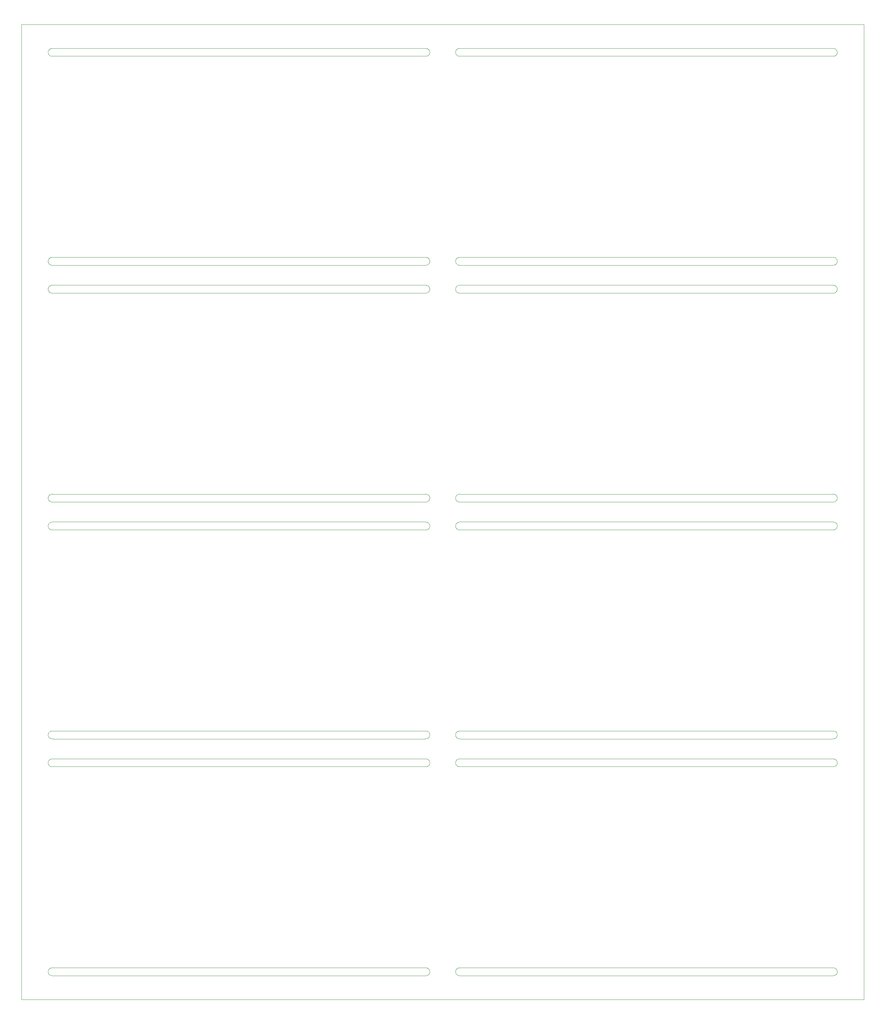
<source format=gbr>
%TF.GenerationSoftware,KiCad,Pcbnew,6.0.11+dfsg-1*%
%TF.CreationDate,2023-04-22T14:00:12+02:00*%
%TF.ProjectId,ulx3s_panel,756c7833-735f-4706-916e-656c2e6b6963,v3.1.8*%
%TF.SameCoordinates,Original*%
%TF.FileFunction,Profile,NP*%
%FSLAX46Y46*%
G04 Gerber Fmt 4.6, Leading zero omitted, Abs format (unit mm)*
G04 Created by KiCad (PCBNEW 6.0.11+dfsg-1) date 2023-04-22 14:00:12*
%MOMM*%
%LPD*%
G01*
G04 APERTURE LIST*
%TA.AperFunction,Profile*%
%ADD10C,0.100000*%
%TD*%
G04 APERTURE END LIST*
D10*
X144170099Y-87815000D02*
X144113292Y-87813372D01*
X246967727Y-87800000D02*
X153012272Y-87800000D01*
X247427523Y-27995974D02*
X247379647Y-28004281D01*
X144633240Y-78860362D02*
X144677662Y-78880053D01*
X144042743Y-147606790D02*
X144000492Y-147600390D01*
X144919226Y-207158539D02*
X144882432Y-207190278D01*
X247784397Y-80598152D02*
X247743344Y-80624148D01*
X254967727Y-20000000D02*
X42032272Y-20000000D01*
X49298933Y-27898099D02*
X49256655Y-27874148D01*
X144056813Y-207408509D02*
X144000421Y-207400379D01*
X247474816Y-260135360D02*
X247417477Y-260149723D01*
X49717038Y-138586195D02*
X49765738Y-138585000D01*
X248057537Y-147175012D02*
X248029557Y-147214740D01*
X248166510Y-79441480D02*
X248181752Y-79487619D01*
X145225359Y-86631861D02*
X145233666Y-86679737D01*
X248223189Y-26976423D02*
X248224381Y-27024999D01*
X151950442Y-27614740D02*
X151922462Y-27575012D01*
X151798247Y-259462380D02*
X151785287Y-259415549D01*
X145225359Y-146431861D02*
X145233666Y-146479737D01*
X152755735Y-80783215D02*
X152658049Y-80768724D01*
X144244264Y-80783215D02*
X144195916Y-80789178D01*
X49525065Y-138614671D02*
X49572476Y-138604025D01*
X143987727Y-78800000D02*
X143987972Y-78799996D01*
X247282961Y-198386195D02*
X247331421Y-198389770D01*
X248057537Y-86274987D02*
X248083533Y-86316039D01*
X49175874Y-138779826D02*
X49215602Y-138751847D01*
X248057537Y-199925012D02*
X248029557Y-199964740D01*
X247127334Y-260192761D02*
X247004396Y-260198801D01*
X248083533Y-146116039D02*
X248107484Y-146158318D01*
X152562522Y-200349723D02*
X152505183Y-200335360D01*
X151813489Y-199708519D02*
X151798247Y-199662380D01*
X144494934Y-207385328D02*
X144447523Y-207395974D01*
X151830977Y-258796144D02*
X151850668Y-258751721D01*
X248029557Y-259764740D02*
X247999662Y-259803047D01*
X247224264Y-26016784D02*
X247321950Y-26031275D01*
X42032272Y-20000000D02*
X42032027Y-20000003D01*
X248194712Y-199134450D02*
X248205359Y-199181861D01*
X49000337Y-145996952D02*
X49032075Y-145960158D01*
X50019578Y-258199617D02*
X50019788Y-258199648D01*
X152322337Y-198480053D02*
X152366759Y-198460362D01*
X152080773Y-86091460D02*
X152117567Y-86059721D01*
X248149022Y-206803855D02*
X248129331Y-206848278D01*
X152852665Y-140592761D02*
X152804083Y-140589178D01*
X247567904Y-80707125D02*
X247521765Y-80722368D01*
X144721066Y-147498099D02*
X144677662Y-147519946D01*
X144254261Y-138585000D02*
X144302961Y-138586195D01*
X152045581Y-259875033D02*
X152012075Y-259839841D01*
X144056813Y-87808509D02*
X144000421Y-87800379D01*
X247784397Y-198551847D02*
X247824125Y-198579826D01*
X247999662Y-205796952D02*
X248029557Y-205835259D01*
X48805287Y-199615549D02*
X48794640Y-199568138D01*
X152012075Y-138910158D02*
X152045581Y-138874966D01*
X152236655Y-85975851D02*
X152278933Y-85951900D01*
X49765738Y-258185000D02*
X49849900Y-258185000D01*
X246967727Y-147600000D02*
X153012272Y-147600000D01*
X48780385Y-206327963D02*
X48786333Y-206279737D01*
X48786333Y-206570262D02*
X48780385Y-206522036D01*
X247934418Y-87525033D02*
X247899226Y-87558539D01*
X151850668Y-147048278D02*
X151830977Y-147003855D01*
X48775618Y-79774999D02*
X48776810Y-79726423D01*
X152458234Y-138627631D02*
X152505065Y-138614671D01*
X49678049Y-140568724D02*
X49630052Y-140560396D01*
X152600352Y-147604281D02*
X152552476Y-147595974D01*
X247474816Y-80735360D02*
X247417477Y-80749723D01*
X49386759Y-87739637D02*
X49342337Y-87719946D01*
X48870668Y-259598278D02*
X48850977Y-259553855D01*
X49175874Y-147420173D02*
X49137567Y-147390278D01*
X144113292Y-258186627D02*
X144170099Y-258185000D01*
X145233666Y-86679737D02*
X145239614Y-86727963D01*
X247521765Y-200322368D02*
X247474816Y-200335360D01*
X48776810Y-259223576D02*
X48775618Y-259175000D01*
X151896466Y-80283960D02*
X151872515Y-80241681D01*
X48818247Y-199662380D02*
X48805287Y-199615549D01*
X144633240Y-260089637D02*
X144587904Y-260107125D01*
X248219614Y-146527963D02*
X248223189Y-146576423D01*
X247701066Y-258301900D02*
X247743344Y-258325851D01*
X49872665Y-85807238D02*
X49995603Y-85801198D01*
X152117567Y-205659721D02*
X152155874Y-205629826D01*
X248223189Y-79726423D02*
X248224381Y-79775000D01*
X247701066Y-207298099D02*
X247657662Y-207319946D01*
X151830977Y-139953855D02*
X151813489Y-139908519D01*
X151850668Y-26601721D02*
X151872515Y-26558318D01*
X152562522Y-80749723D02*
X152505183Y-80735360D01*
X247567904Y-27957125D02*
X247521765Y-27972368D01*
X152155874Y-205629826D02*
X152195602Y-205601847D01*
X247657662Y-207319946D02*
X247613240Y-207339637D01*
X48786333Y-259029737D02*
X48794640Y-258981861D01*
X246979233Y-78799720D02*
X246979825Y-78799688D01*
X152648578Y-78789770D02*
X152697038Y-78786195D01*
X152648578Y-207410229D02*
X152600352Y-207404281D01*
X49478234Y-78827631D02*
X49525065Y-78814671D01*
X48916466Y-198866039D02*
X48942462Y-198824987D01*
X48916466Y-258666039D02*
X48942462Y-258624987D01*
X152412095Y-198442874D02*
X152458234Y-198427631D01*
X153024425Y-145600000D02*
X246955574Y-145600000D01*
X152155874Y-26229826D02*
X152195602Y-26201847D01*
X151950442Y-198785259D02*
X151980337Y-198746952D01*
X247743344Y-200224148D02*
X247701066Y-200248099D01*
X144195916Y-205410821D02*
X144244264Y-205416784D01*
X152080773Y-26291460D02*
X152117567Y-26259721D01*
X144763344Y-207274148D02*
X144721066Y-207298099D01*
X48870668Y-26601721D02*
X48892515Y-26558318D01*
X247369947Y-145639603D02*
X247417477Y-145650276D01*
X152957256Y-138593209D02*
X152999507Y-138599609D01*
X254979942Y-266190190D02*
X254979996Y-266187972D01*
X48818247Y-87112380D02*
X48805287Y-87065549D01*
X151760385Y-146722036D02*
X151756810Y-146673576D01*
X145049557Y-79185259D02*
X145077537Y-79224987D01*
X49256655Y-147474148D02*
X49215602Y-147448152D01*
X151896466Y-27533960D02*
X151872515Y-27491681D01*
X247004396Y-205401198D02*
X247127334Y-205407238D01*
X49906707Y-28013372D02*
X49849900Y-28015000D01*
X144721066Y-145751900D02*
X144763344Y-145775851D01*
X48892515Y-147091681D02*
X48870668Y-147048278D01*
X247999662Y-80403047D02*
X247967924Y-80439841D01*
X144341950Y-205431275D02*
X144389947Y-205439603D01*
X247224264Y-140583215D02*
X247175916Y-140589178D01*
X143999233Y-198399720D02*
X143999825Y-198399688D01*
X50032272Y-28000000D02*
X50032027Y-28000003D01*
X247127334Y-140592761D02*
X247004396Y-140598801D01*
X152999507Y-138599606D02*
X152999788Y-138599648D01*
X248213666Y-86970262D02*
X248205359Y-87018138D01*
X48805287Y-26784450D02*
X48818247Y-26737619D01*
X152852665Y-26007238D02*
X152975603Y-26001198D01*
X153012272Y-147600000D02*
X153012027Y-147600003D01*
X153012272Y-78800000D02*
X246967727Y-78800000D01*
X144721066Y-87698099D02*
X144677662Y-87719946D01*
X246967727Y-198400000D02*
X246967972Y-198399996D01*
X247521765Y-85877631D02*
X247567904Y-85892874D01*
X247331421Y-207410229D02*
X247282961Y-207413804D01*
X49215602Y-80598152D02*
X49175874Y-80570173D01*
X48776810Y-139623576D02*
X48775618Y-139574999D01*
X153012272Y-138600000D02*
X246967727Y-138600000D01*
X50032027Y-78799996D02*
X50032272Y-78800000D01*
X152412095Y-260107125D02*
X152366759Y-260089637D01*
X151872515Y-79308318D02*
X151896466Y-79266039D01*
X254975703Y-266198121D02*
X254976097Y-266197829D01*
X48892515Y-27491681D02*
X48870668Y-27448278D01*
X145169022Y-147003855D02*
X145149331Y-147048278D01*
X145244381Y-79774999D02*
X145243189Y-79823576D01*
X247934418Y-140275033D02*
X247899226Y-140308539D01*
X152366759Y-80689637D02*
X152322337Y-80669946D01*
X143987727Y-138600000D02*
X143987972Y-138599996D01*
X248083533Y-86316039D02*
X248107484Y-86358318D01*
X48850977Y-146246144D02*
X48870668Y-146201721D01*
X48776810Y-199423576D02*
X48775618Y-199375000D01*
X151766333Y-139720262D02*
X151760385Y-139672036D01*
X48794640Y-26831861D02*
X48805287Y-26784450D01*
X49525183Y-145664639D02*
X49582522Y-145650276D01*
X247150064Y-147615000D02*
X247107447Y-147614084D01*
X143999233Y-258199720D02*
X143999825Y-258199688D01*
X145169022Y-87203855D02*
X145149331Y-87248278D01*
X248224381Y-27024999D02*
X248223189Y-27073576D01*
X248181752Y-258887619D02*
X248194712Y-258934450D01*
X145103533Y-87333960D02*
X145077537Y-87375012D01*
X42020559Y-20006917D02*
X42020416Y-20007387D01*
X247701066Y-85951900D02*
X247743344Y-85975851D01*
X145077537Y-80325012D02*
X145049557Y-80364740D01*
X42026002Y-266199087D02*
X42026455Y-266199275D01*
X247899226Y-147358539D02*
X247862432Y-147390278D01*
X49872665Y-80792761D02*
X49824083Y-80789178D01*
X152872552Y-147614084D02*
X152829935Y-147615000D01*
X49065581Y-140275033D02*
X49032075Y-140239841D01*
X42020297Y-20007863D02*
X42020201Y-20008344D01*
X152412095Y-200307125D02*
X152366759Y-200289637D01*
X152236655Y-78925851D02*
X152278933Y-78901900D01*
X152943186Y-207408509D02*
X152886707Y-207413372D01*
X153012272Y-87800000D02*
X153012027Y-87800003D01*
X145149331Y-139998278D02*
X145127484Y-140041681D01*
X144882432Y-26259721D02*
X144919226Y-26291460D01*
X48775618Y-86825000D02*
X48776810Y-86776423D01*
X248107484Y-140041681D02*
X248083533Y-140083960D01*
X151980337Y-147253047D02*
X151950442Y-147214740D01*
X42021353Y-266194874D02*
X42021605Y-266195295D01*
X151922462Y-206975012D02*
X151896466Y-206933960D01*
X49630052Y-260160396D02*
X49582522Y-260149723D01*
X144633240Y-80689637D02*
X144587904Y-80707125D01*
X247331421Y-258189770D02*
X247379647Y-258195718D01*
X48970442Y-138985259D02*
X49000337Y-138946952D01*
X49000337Y-79146952D02*
X49032075Y-79110158D01*
X151760385Y-26927963D02*
X151766333Y-26879737D01*
X144085017Y-138588652D02*
X144127447Y-138585915D01*
X50019507Y-138599609D02*
X50019507Y-138599606D01*
X151896466Y-205916039D02*
X151922462Y-205874987D01*
X49256655Y-200224148D02*
X49215602Y-200198152D01*
X48850977Y-199753855D02*
X48833489Y-199708519D01*
X247321950Y-145631275D02*
X247369947Y-145639603D01*
X153000174Y-87800311D02*
X152999585Y-87800378D01*
X248029557Y-205835259D02*
X248057537Y-205874987D01*
X49432095Y-200307125D02*
X49386759Y-200289637D01*
X49000337Y-258546952D02*
X49032075Y-258510158D01*
X248129331Y-87248278D02*
X248107484Y-87291681D01*
X145233666Y-259029737D02*
X145239614Y-259077963D01*
X49065581Y-258474966D02*
X49100773Y-258441460D01*
X145127484Y-140041681D02*
X145103533Y-140083960D01*
X49678049Y-145631275D02*
X49775735Y-145616784D01*
X248205359Y-139768138D02*
X248194712Y-139815549D01*
X246979825Y-198399688D02*
X246980414Y-198399621D01*
X153024425Y-26000000D02*
X246955574Y-26000000D01*
X144195916Y-26010821D02*
X144244264Y-26016784D01*
X151785287Y-199615549D02*
X151774640Y-199568138D01*
X247824125Y-78979826D02*
X247862432Y-79009721D01*
X145243189Y-79823576D02*
X145239614Y-79872036D01*
X248219614Y-27122036D02*
X248213666Y-27170262D01*
X49256655Y-205575851D02*
X49298933Y-205551900D01*
X49175874Y-80570173D02*
X49137567Y-80540278D01*
X247474816Y-26064639D02*
X247521765Y-26077631D01*
X152697038Y-207413804D02*
X152648578Y-207410229D01*
X49620352Y-87804281D02*
X49572476Y-87795974D01*
X143975574Y-26000000D02*
X144024396Y-26001198D01*
X144919226Y-198641460D02*
X144954418Y-198674966D01*
X248181752Y-139287619D02*
X248194712Y-139334450D01*
X254979440Y-20006917D02*
X254979275Y-20006455D01*
X144494816Y-80735360D02*
X144437477Y-80749723D01*
X144254261Y-258185000D02*
X144302961Y-258186195D01*
X143975574Y-80800000D02*
X50044425Y-80800000D01*
X144494816Y-26064639D02*
X144541765Y-26077631D01*
X152943186Y-78791490D02*
X152999578Y-78799620D01*
X248181752Y-26737619D02*
X248194712Y-26784450D01*
X152117567Y-259940278D02*
X152080773Y-259908539D01*
X145186510Y-139241480D02*
X145201752Y-139287619D01*
X145127484Y-199841681D02*
X145103533Y-199883960D01*
X151980337Y-26396952D02*
X152012075Y-26360158D01*
X247521765Y-198427631D02*
X247567904Y-198442874D01*
X144302961Y-78786195D02*
X144351421Y-78789770D01*
X152366759Y-27939637D02*
X152322337Y-27919946D01*
X246980421Y-28000379D02*
X246980421Y-28000382D01*
X151872515Y-140041681D02*
X151850668Y-139998278D01*
X152080773Y-207158539D02*
X152045581Y-207125033D01*
X49215602Y-140398152D02*
X49175874Y-140370173D01*
X145239614Y-199472036D02*
X145233666Y-199520262D01*
X42020416Y-20007387D02*
X42020297Y-20007863D01*
X152458234Y-260122368D02*
X152412095Y-260107125D01*
X48892515Y-139108318D02*
X48916466Y-139066039D01*
X151766333Y-86679737D02*
X151774640Y-86631861D01*
X247036813Y-207408509D02*
X246980421Y-207400379D01*
X49065581Y-200075033D02*
X49032075Y-200039841D01*
X42026002Y-20000912D02*
X42025558Y-20001122D01*
X247899226Y-145891460D02*
X247934418Y-145924966D01*
X247521765Y-145677631D02*
X247567904Y-145692874D01*
X247567904Y-26092874D02*
X247613240Y-26110362D01*
X152278933Y-138701900D02*
X152322337Y-138680053D01*
X144954418Y-80475033D02*
X144919226Y-80508539D01*
X42023159Y-266197188D02*
X42023522Y-266197517D01*
X247862432Y-26259721D02*
X247899226Y-26291460D01*
X247036813Y-28008509D02*
X246980421Y-28000379D01*
X144763344Y-87674148D02*
X144721066Y-87698099D01*
X151813489Y-139908519D02*
X151798247Y-139862380D01*
X145169022Y-80153855D02*
X145149331Y-80198278D01*
X145019662Y-27653047D02*
X144987924Y-27689841D01*
X145049557Y-27614740D02*
X145019662Y-27653047D01*
X152195602Y-198551847D02*
X152236655Y-198525851D01*
X152999788Y-258199648D02*
X153000276Y-258199696D01*
X247657662Y-200269946D02*
X247613240Y-200289637D01*
X49775735Y-140583215D02*
X49678049Y-140568724D01*
X144882432Y-87590278D02*
X144844125Y-87620173D01*
X247967924Y-147289841D02*
X247934418Y-147325033D01*
X152886707Y-207413372D02*
X152829900Y-207415000D01*
X49298933Y-200248099D02*
X49256655Y-200224148D01*
X49525183Y-260135360D02*
X49525183Y-260135360D01*
X144113292Y-207413372D02*
X144056813Y-207408509D01*
X152914982Y-147611347D02*
X152872552Y-147614084D01*
X145225359Y-87018138D02*
X145214712Y-87065549D01*
X152505183Y-205464639D02*
X152562522Y-205450276D01*
X246980485Y-138599610D02*
X247022743Y-138593209D01*
X151760385Y-139672036D02*
X151756810Y-139623576D01*
X151896466Y-258666039D02*
X151922462Y-258624987D01*
X152458234Y-80722368D02*
X152412095Y-80707125D01*
X145077537Y-87375012D02*
X145049557Y-87414740D01*
X254978646Y-266194874D02*
X254978877Y-266194441D01*
X144587904Y-85892874D02*
X144633240Y-85910362D01*
X152322337Y-260069946D02*
X152278933Y-260048099D01*
X49934982Y-138588652D02*
X49977256Y-138593209D01*
X49000337Y-80403047D02*
X48970442Y-80364740D01*
X152886707Y-198386627D02*
X152943186Y-198391490D01*
X247934418Y-86124966D02*
X247967924Y-86160158D01*
X49000337Y-205796952D02*
X49032075Y-205760158D01*
X49678049Y-200368724D02*
X49630052Y-200360396D01*
X248219614Y-206522036D02*
X248213666Y-206570262D01*
X145127484Y-198908318D02*
X145149331Y-198951721D01*
X151872515Y-87291681D02*
X151850668Y-87248278D01*
X50032027Y-198399996D02*
X50032272Y-198400000D01*
X246979652Y-138599701D02*
X246980069Y-138599664D01*
X248213666Y-206570262D02*
X248205359Y-206618138D01*
X248107484Y-199841681D02*
X248083533Y-199883960D01*
X247784397Y-207248152D02*
X247743344Y-207274148D01*
X153012272Y-258200000D02*
X246967727Y-258200000D01*
X144844125Y-198579826D02*
X144882432Y-198609721D01*
X153000766Y-138599720D02*
X153012027Y-138599996D01*
X152322337Y-258280053D02*
X152366759Y-258260362D01*
X48794640Y-27218138D02*
X48786333Y-27170262D01*
X151980337Y-80403047D02*
X151950442Y-80364740D01*
X145243189Y-146673576D02*
X145239614Y-146722036D01*
X246980211Y-147600351D02*
X246979723Y-147600303D01*
X247369947Y-205439603D02*
X247417477Y-205450276D01*
X49032075Y-200039841D02*
X49000337Y-200003047D01*
X49215602Y-200198152D02*
X49175874Y-200170173D01*
X49000337Y-147253047D02*
X48970442Y-147214740D01*
X247743344Y-198525851D02*
X247784397Y-198551847D01*
X49386759Y-26110362D02*
X49432095Y-26092874D01*
X49582522Y-200349723D02*
X49525183Y-200335360D01*
X247743344Y-147474148D02*
X247701066Y-147498099D01*
X144721066Y-78901900D02*
X144763344Y-78925851D01*
X144494816Y-260135360D02*
X144437477Y-260149723D01*
X49100773Y-87558539D02*
X49065581Y-87525033D01*
X247701066Y-138701900D02*
X247743344Y-138725851D01*
X247824125Y-205629826D02*
X247862432Y-205659721D01*
X248166510Y-146958519D02*
X248149022Y-147003855D01*
X48818247Y-146912380D02*
X48805287Y-146865549D01*
X254975703Y-20001878D02*
X254975295Y-20001605D01*
X145214712Y-146384450D02*
X145225359Y-146431861D01*
X248219614Y-26927963D02*
X248223189Y-26976423D01*
X145186510Y-199041480D02*
X145201752Y-199087619D01*
X247999662Y-138946952D02*
X248029557Y-138985259D01*
X144987924Y-26360158D02*
X145019662Y-26396952D01*
X48780385Y-259077963D02*
X48786333Y-259029737D01*
X152195602Y-145801847D02*
X152236655Y-145775851D01*
X248194712Y-146384450D02*
X248205359Y-146431861D01*
X151950442Y-207014740D02*
X151922462Y-206975012D01*
X248057537Y-79224987D02*
X248083533Y-79266039D01*
X48786333Y-139720262D02*
X48780385Y-139672036D01*
X151872515Y-80241681D02*
X151850668Y-80198278D01*
X152278933Y-85951900D02*
X152322337Y-85930053D01*
X152914982Y-138588652D02*
X152957256Y-138593209D01*
X144147334Y-260192761D02*
X144024396Y-260198801D01*
X48818247Y-206712380D02*
X48805287Y-206665549D01*
X144844125Y-80570173D02*
X144804397Y-80598152D01*
X248194712Y-206665549D02*
X248181752Y-206712380D01*
X49298933Y-145751900D02*
X49342337Y-145730053D01*
X247784397Y-200198152D02*
X247743344Y-200224148D01*
X248057537Y-205874987D02*
X248083533Y-205916039D01*
X144954418Y-86124966D02*
X144987924Y-86160158D01*
X152366759Y-145710362D02*
X152412095Y-145692874D01*
X152366759Y-258260362D02*
X152412095Y-258242874D01*
X151798247Y-258887619D02*
X151813489Y-258841480D01*
X151830977Y-146246144D02*
X151850668Y-146201721D01*
X246967972Y-147600003D02*
X246967727Y-147600000D01*
X49775735Y-145616784D02*
X49824083Y-145610821D01*
X152505183Y-260135360D02*
X152458234Y-260122368D01*
X49137567Y-205659721D02*
X49175874Y-205629826D01*
X144633240Y-85910362D02*
X144677662Y-85930053D01*
X145149331Y-199798278D02*
X145127484Y-199841681D01*
X153012027Y-138599996D02*
X153012272Y-138600000D01*
X248223189Y-206376423D02*
X248224381Y-206425000D01*
X247862432Y-27790278D02*
X247824125Y-27820173D01*
X152012075Y-80439841D02*
X151980337Y-80403047D01*
X246980211Y-87800351D02*
X246979723Y-87800303D01*
X248205359Y-258981861D02*
X248213666Y-259029737D01*
X248223189Y-139526423D02*
X248224381Y-139574999D01*
X248149022Y-26646144D02*
X248166510Y-26691480D01*
X247567904Y-78842874D02*
X247613240Y-78860362D01*
X49137567Y-259940278D02*
X49100773Y-259908539D01*
X49256655Y-207274148D02*
X49215602Y-207248152D01*
X151774640Y-26831861D02*
X151785287Y-26784450D01*
X248129331Y-86401721D02*
X248149022Y-86446144D01*
X248219614Y-259077963D02*
X248223189Y-259126423D01*
X42023902Y-266197829D02*
X42024296Y-266198121D01*
X49065581Y-205724966D02*
X49100773Y-205691460D01*
X248029557Y-138985259D02*
X248057537Y-139024987D01*
X144919226Y-138841460D02*
X144954418Y-138874966D01*
X151760385Y-27122036D02*
X151756810Y-27073576D01*
X247999662Y-147253047D02*
X247967924Y-147289841D01*
X247150099Y-87815000D02*
X247093292Y-87813372D01*
X50044425Y-85800000D02*
X143975574Y-85800000D01*
X145077537Y-259725012D02*
X145049557Y-259764740D01*
X151756810Y-206473576D02*
X151755618Y-206424999D01*
X151896466Y-87333960D02*
X151872515Y-87291681D01*
X144721066Y-198501900D02*
X144763344Y-198525851D01*
X145127484Y-80241681D02*
X145103533Y-80283960D01*
X152999507Y-138599609D02*
X152999507Y-138599606D01*
X248149022Y-198996144D02*
X248166510Y-199041480D01*
X152552476Y-87795974D02*
X152505065Y-87785328D01*
X246967727Y-78800000D02*
X246967972Y-78799996D01*
X145243189Y-206376423D02*
X145244381Y-206424999D01*
X48794640Y-79968138D02*
X48786333Y-79920262D01*
X247474934Y-78814671D02*
X247521765Y-78827631D01*
X152012075Y-145960158D02*
X152045581Y-145924966D01*
X145127484Y-258708318D02*
X145149331Y-258751721D01*
X153012027Y-28000003D02*
X153000766Y-28000279D01*
X144024396Y-80798801D02*
X143975574Y-80800000D01*
X151813489Y-146958519D02*
X151798247Y-146912380D01*
X248149022Y-139196144D02*
X248166510Y-139241480D01*
X247657662Y-198480053D02*
X247701066Y-198501900D01*
X144954418Y-259875033D02*
X144919226Y-259908539D01*
X144000421Y-28000379D02*
X144000421Y-28000382D01*
X49824083Y-205410821D02*
X49872665Y-205407238D01*
X48916466Y-139066039D02*
X48942462Y-139024987D01*
X152999788Y-198399648D02*
X153000276Y-198399696D01*
X145186510Y-139908519D02*
X145169022Y-139953855D01*
X247657662Y-27919946D02*
X247613240Y-27939637D01*
X151760385Y-79677963D02*
X151766333Y-79629737D01*
X49100773Y-258441460D02*
X49137567Y-258409721D01*
X247331421Y-138589770D02*
X247379647Y-138595718D01*
X248223189Y-146576423D02*
X248224381Y-146625000D01*
X144882432Y-258409721D02*
X144919226Y-258441460D01*
X247701066Y-26151900D02*
X247743344Y-26175851D01*
X145077537Y-146074987D02*
X145103533Y-146116039D01*
X145239614Y-259077963D02*
X145243189Y-259126423D01*
X145214712Y-87065549D02*
X145201752Y-87112380D01*
X49298933Y-260048099D02*
X49256655Y-260024148D01*
X246979233Y-87800279D02*
X246967972Y-87800003D01*
X48916466Y-79266039D02*
X48942462Y-79224987D01*
X145186510Y-26691480D02*
X145201752Y-26737619D01*
X48780385Y-206522036D02*
X48776810Y-206473576D01*
X248029557Y-87414740D02*
X247999662Y-87453047D01*
X247234261Y-207415000D02*
X247150099Y-207415000D01*
X48786333Y-86679737D02*
X48794640Y-86631861D01*
X254971169Y-266199870D02*
X254971655Y-266199798D01*
X246979233Y-207400279D02*
X246967972Y-207400003D01*
X152155874Y-207220173D02*
X152117567Y-207190278D01*
X152412095Y-87757125D02*
X152366759Y-87739637D01*
X248205359Y-26831861D02*
X248213666Y-26879737D01*
X248129331Y-206001721D02*
X248149022Y-206046144D01*
X151798247Y-206137619D02*
X151813489Y-206091480D01*
X248107484Y-139108318D02*
X248129331Y-139151721D01*
X152155874Y-86029826D02*
X152195602Y-86001847D01*
X151755618Y-86825000D02*
X151756810Y-86776423D01*
X151896466Y-147133960D02*
X151872515Y-147091681D01*
X144541765Y-26077631D02*
X144587904Y-26092874D01*
X49478234Y-140522368D02*
X49432095Y-140507125D01*
X48892515Y-199841681D02*
X48870668Y-199798278D01*
X246980414Y-198399621D02*
X247036813Y-198391490D01*
X247967924Y-205760158D02*
X247999662Y-205796952D01*
X247417477Y-140549723D02*
X247369947Y-140560396D01*
X247613240Y-85910362D02*
X247657662Y-85930053D01*
X153012272Y-198400000D02*
X246967727Y-198400000D01*
X49298933Y-140448099D02*
X49256655Y-140424148D01*
X152697038Y-147613804D02*
X152648578Y-147610229D01*
X49525183Y-260135360D02*
X49478234Y-260122368D01*
X152658049Y-145631275D02*
X152755735Y-145616784D01*
X247999662Y-86196952D02*
X248029557Y-86235259D01*
X151813489Y-80108519D02*
X151798247Y-80062380D01*
X49995603Y-200398801D02*
X49872665Y-200392761D01*
X247127334Y-145607238D02*
X247175916Y-145610821D01*
X151774640Y-206618138D02*
X151766333Y-206570262D01*
X145049557Y-199964740D02*
X145019662Y-200003047D01*
X152745738Y-147615000D02*
X152745738Y-147615000D01*
X144677662Y-198480053D02*
X144721066Y-198501900D01*
X247657662Y-140469946D02*
X247613240Y-140489637D01*
X49432095Y-87757125D02*
X49386759Y-87739637D01*
X151896466Y-140083960D02*
X151872515Y-140041681D01*
X152236655Y-27874148D02*
X152195602Y-27848152D01*
X144170064Y-147615000D02*
X144127447Y-147614084D01*
X50032272Y-147600000D02*
X50032027Y-147600003D01*
X152278933Y-147498099D02*
X152236655Y-147474148D01*
X144000414Y-78799621D02*
X144056813Y-78791490D01*
X144677662Y-87719946D02*
X144633240Y-87739637D01*
X254979870Y-266191169D02*
X254979918Y-266190681D01*
X248181752Y-80062380D02*
X248166510Y-80108519D01*
X152012075Y-26360158D02*
X152045581Y-26324966D01*
X145103533Y-80283960D02*
X145077537Y-80325012D01*
X144254261Y-87815000D02*
X144170099Y-87815000D01*
X144987924Y-147289841D02*
X144954418Y-147325033D01*
X145243189Y-26976423D02*
X145244381Y-27025000D01*
X48776810Y-259126423D02*
X48780385Y-259077963D01*
X246979723Y-207400303D02*
X246979233Y-207400279D01*
X247224264Y-200383215D02*
X247175916Y-200389178D01*
X144127447Y-147614084D02*
X144085017Y-147611347D01*
X144024396Y-200398801D02*
X143975574Y-200400000D01*
X144541765Y-258227631D02*
X144587904Y-258242874D01*
X144541765Y-147572368D02*
X144494934Y-147585328D01*
X152745738Y-87815000D02*
X152697038Y-87813804D01*
X152155874Y-200170173D02*
X152117567Y-200140278D01*
X247613240Y-258260362D02*
X247657662Y-258280053D01*
X49298933Y-78901900D02*
X49342337Y-78880053D01*
X145233666Y-206279737D02*
X145239614Y-206327963D01*
X151760385Y-259272036D02*
X151756810Y-259223576D01*
X144987924Y-140239841D02*
X144954418Y-140275033D01*
X49525183Y-200335360D02*
X49478234Y-200322368D01*
X49386759Y-205510362D02*
X49432095Y-205492874D01*
X42024296Y-266198121D02*
X42024704Y-266198394D01*
X49175874Y-259970173D02*
X49137567Y-259940278D01*
X152195602Y-140398152D02*
X152155874Y-140370173D01*
X144763344Y-78925851D02*
X144804397Y-78951847D01*
X247567904Y-87757125D02*
X247521765Y-87772368D01*
X48794640Y-146818138D02*
X48786333Y-146770262D01*
X42020201Y-20008344D02*
X42020129Y-20008830D01*
X48942462Y-205874987D02*
X48970442Y-205835259D01*
X152236655Y-87674148D02*
X152195602Y-87648152D01*
X153000276Y-78799696D02*
X153000766Y-78799720D01*
X153000174Y-207400311D02*
X152999585Y-207400378D01*
X144389947Y-85839603D02*
X144437477Y-85850276D01*
X152412095Y-85892874D02*
X152458234Y-85877631D01*
X254979440Y-266193082D02*
X254979583Y-266192612D01*
X152552476Y-78804025D02*
X152600352Y-78795718D01*
X248129331Y-26601721D02*
X248149022Y-26646144D01*
X144437477Y-260149723D02*
X144389947Y-260160396D01*
X49620352Y-258195718D02*
X49668578Y-258189770D01*
X49342337Y-198480053D02*
X49386759Y-198460362D01*
X49892552Y-138585915D02*
X49934982Y-138588652D01*
X144804397Y-198551847D02*
X144844125Y-198579826D01*
X151896466Y-199883960D02*
X151872515Y-199841681D01*
X254973082Y-266199440D02*
X254973544Y-266199275D01*
X248194712Y-258934450D02*
X248205359Y-258981861D01*
X248129331Y-139151721D02*
X248149022Y-139196144D01*
X49175874Y-207220173D02*
X49137567Y-207190278D01*
X151798247Y-79487619D02*
X151813489Y-79441480D01*
X151785287Y-258934450D02*
X151798247Y-258887619D01*
X247331421Y-87810229D02*
X247282961Y-87813804D01*
X144587904Y-198442874D02*
X144633240Y-198460362D01*
X48942462Y-140125012D02*
X48916466Y-140083960D01*
X152045581Y-86124966D02*
X152080773Y-86091460D01*
X152117567Y-80540278D02*
X152080773Y-80508539D01*
X49175874Y-86029826D02*
X49215602Y-86001847D01*
X152117567Y-86059721D02*
X152155874Y-86029826D01*
X49572476Y-198404025D02*
X49620352Y-198395718D01*
X248213666Y-199520262D02*
X248205359Y-199568138D01*
X144389947Y-200360396D02*
X144341950Y-200368724D01*
X144882432Y-80540278D02*
X144844125Y-80570173D01*
X144987924Y-79110158D02*
X145019662Y-79146952D01*
X145201752Y-79487619D02*
X145214712Y-79534450D01*
X248057537Y-198824987D02*
X248083533Y-198866039D01*
X247967924Y-138910158D02*
X247999662Y-138946952D01*
X144721066Y-27898099D02*
X144677662Y-27919946D01*
X152648578Y-138589770D02*
X152697038Y-138586195D01*
X152697038Y-198386195D02*
X152745738Y-198385000D01*
X144633240Y-207339637D02*
X144587904Y-207357125D01*
X144587904Y-26092874D02*
X144633240Y-26110362D01*
X247899226Y-198641460D02*
X247934418Y-198674966D01*
X145019662Y-259803047D02*
X144987924Y-259839841D01*
X247862432Y-200140278D02*
X247824125Y-200170173D01*
X151785287Y-146384450D02*
X151798247Y-146337619D01*
X144447523Y-198404025D02*
X144494934Y-198414671D01*
X49963186Y-87808509D02*
X49906707Y-87813372D01*
X144882432Y-86059721D02*
X144919226Y-86091460D01*
X42028344Y-20000201D02*
X42027863Y-20000297D01*
X49175874Y-140370173D02*
X49137567Y-140340278D01*
X48942462Y-80325012D02*
X48916466Y-80283960D01*
X247899226Y-207158539D02*
X247862432Y-207190278D01*
X254973082Y-20000559D02*
X254972612Y-20000416D01*
X144389947Y-205439603D02*
X144437477Y-205450276D01*
X152658049Y-200368724D02*
X152610052Y-200360396D01*
X152045581Y-258474966D02*
X152080773Y-258441460D01*
X247899226Y-86091460D02*
X247934418Y-86124966D01*
X152829900Y-28015000D02*
X152745738Y-28015000D01*
X145103533Y-198866039D02*
X145127484Y-198908318D01*
X152045581Y-145924966D02*
X152080773Y-145891460D01*
X152045581Y-207125033D02*
X152012075Y-207089841D01*
X144919226Y-80508539D02*
X144882432Y-80540278D01*
X143987727Y-198400000D02*
X143987972Y-198399996D01*
X152999930Y-147600335D02*
X152999514Y-147600389D01*
X144987924Y-259839841D02*
X144954418Y-259875033D01*
X248181752Y-259462380D02*
X248166510Y-259508519D01*
X152505183Y-140535360D02*
X152458234Y-140522368D01*
X152458234Y-198427631D02*
X152505065Y-198414671D01*
X48892515Y-79308318D02*
X48916466Y-79266039D01*
X144170099Y-78785000D02*
X144254261Y-78785000D01*
X144000485Y-138599610D02*
X144042743Y-138593209D01*
X152278933Y-140448099D02*
X152236655Y-140424148D01*
X143999233Y-78799720D02*
X143999825Y-78799688D01*
X143999233Y-87800279D02*
X143987972Y-87800003D01*
X151774640Y-199181861D02*
X151785287Y-199134450D01*
X247701066Y-200248099D02*
X247657662Y-200269946D01*
X48870668Y-206848278D02*
X48850977Y-206803855D01*
X144804397Y-258351847D02*
X144844125Y-258379826D01*
X48942462Y-259725012D02*
X48916466Y-259683960D01*
X145169022Y-198996144D02*
X145186510Y-199041480D01*
X42022811Y-266196840D02*
X42023159Y-266197188D01*
X247567904Y-147557125D02*
X247521765Y-147572368D01*
X247474816Y-205464639D02*
X247521765Y-205477631D01*
X145233666Y-139429737D02*
X145239614Y-139477963D01*
X144195916Y-80789178D02*
X144147334Y-80792761D01*
X49906707Y-198386627D02*
X49963186Y-198391490D01*
X152505065Y-207385328D02*
X152458234Y-207372368D01*
X151922462Y-198824987D02*
X151950442Y-198785259D01*
X248029557Y-27614740D02*
X247999662Y-27653047D01*
X144844125Y-259970173D02*
X144804397Y-259998152D01*
X145243189Y-79726423D02*
X145244381Y-79774999D01*
X247417477Y-85850276D02*
X247474816Y-85864639D01*
X248149022Y-259553855D02*
X248129331Y-259598278D01*
X145214712Y-206665549D02*
X145201752Y-206712380D01*
X247899226Y-200108539D02*
X247862432Y-200140278D01*
X145019662Y-87453047D02*
X144987924Y-87489841D01*
X145103533Y-147133960D02*
X145077537Y-147175012D01*
X49432095Y-207357125D02*
X49386759Y-207339637D01*
X248107484Y-79308318D02*
X248129331Y-79351721D01*
X152562522Y-85850276D02*
X152610052Y-85839603D01*
X42022482Y-20003522D02*
X42022170Y-20003902D01*
X248205359Y-146818138D02*
X248194712Y-146865549D01*
X49386759Y-27939637D02*
X49342337Y-27919946D01*
X152366759Y-26110362D02*
X152412095Y-26092874D01*
X49065581Y-87525033D02*
X49032075Y-87489841D01*
X247427523Y-87795974D02*
X247379647Y-87804281D01*
X145049557Y-87414740D02*
X145019662Y-87453047D01*
X246955574Y-200400000D02*
X153024425Y-200400000D01*
X247967924Y-207089841D02*
X247934418Y-207125033D01*
X248107484Y-86358318D02*
X248129331Y-86401721D01*
X254975295Y-266198394D02*
X254975703Y-266198121D01*
X48780385Y-146527963D02*
X48786333Y-146479737D01*
X247175916Y-200389178D02*
X247127334Y-200392761D01*
X144987924Y-198710158D02*
X145019662Y-198746952D01*
X42022482Y-266196477D02*
X42022811Y-266196840D01*
X145169022Y-199753855D02*
X145149331Y-199798278D01*
X48850977Y-139196144D02*
X48870668Y-139151721D01*
X247967924Y-87489841D02*
X247934418Y-87525033D01*
X42020003Y-20012027D02*
X42020000Y-20012272D01*
X247613240Y-27939637D02*
X247567904Y-27957125D01*
X144244264Y-85816784D02*
X144341950Y-85831275D01*
X152999585Y-87800378D02*
X152943186Y-87808509D01*
X153000276Y-198399696D02*
X153000766Y-198399720D01*
X151755618Y-139574999D02*
X151756810Y-139526423D01*
X247999662Y-87453047D02*
X247967924Y-87489841D01*
X145049557Y-138985259D02*
X145077537Y-139024987D01*
X49100773Y-26291460D02*
X49137567Y-26259721D01*
X144494934Y-78814671D02*
X144541765Y-78827631D01*
X151766333Y-199520262D02*
X151760385Y-199472036D01*
X254972612Y-266199583D02*
X254973082Y-266199440D01*
X49298933Y-207298099D02*
X49256655Y-207274148D01*
X144677662Y-26130053D02*
X144721066Y-26151900D01*
X144987924Y-27689841D02*
X144954418Y-27725033D01*
X248057537Y-139024987D02*
X248083533Y-139066039D01*
X48805287Y-259415549D02*
X48794640Y-259368138D01*
X247224264Y-80783215D02*
X247175916Y-80789178D01*
X151830977Y-206046144D02*
X151850668Y-206001721D01*
X50032027Y-258199996D02*
X50032272Y-258200000D01*
X151922462Y-86274987D02*
X151950442Y-86235259D01*
X144954418Y-138874966D02*
X144987924Y-138910158D01*
X48818247Y-79487619D02*
X48833489Y-79441480D01*
X151813489Y-86491480D02*
X151830977Y-86446144D01*
X144763344Y-26175851D02*
X144804397Y-26201847D01*
X248213666Y-79920262D02*
X248205359Y-79968138D01*
X48833489Y-79441480D02*
X48850977Y-79396144D01*
X151755618Y-79774999D02*
X151756810Y-79726423D01*
X49963186Y-198391490D02*
X50019578Y-198399620D01*
X48850977Y-26646144D02*
X48870668Y-26601721D01*
X145019662Y-138946952D02*
X145049557Y-138985259D01*
X152804083Y-80789178D02*
X152755735Y-80783215D01*
X145049557Y-80364740D02*
X145019662Y-80403047D01*
X151980337Y-27653047D02*
X151950442Y-27614740D01*
X42027863Y-266199702D02*
X42028344Y-266199798D01*
X145201752Y-139287619D02*
X145214712Y-139334450D01*
X145201752Y-199087619D02*
X145214712Y-199134450D01*
X144721066Y-140448099D02*
X144677662Y-140469946D01*
X151755618Y-206424999D02*
X151756810Y-206376423D01*
X144954418Y-198674966D02*
X144987924Y-198710158D01*
X248149022Y-206046144D02*
X248166510Y-206091480D01*
X42023159Y-20002811D02*
X42022811Y-20003159D01*
X144447523Y-27995974D02*
X144399647Y-28004281D01*
X144633240Y-258260362D02*
X144677662Y-258280053D01*
X49824083Y-260189178D02*
X49775735Y-260183215D01*
X151766333Y-259320262D02*
X151760385Y-259272036D01*
X151980337Y-138946952D02*
X152012075Y-138910158D01*
X144042743Y-138593209D02*
X144085017Y-138588652D01*
X247967924Y-79110158D02*
X247999662Y-79146952D01*
X49478234Y-80722368D02*
X49432095Y-80707125D01*
X145049557Y-147214740D02*
X145019662Y-147253047D01*
X42027387Y-20000416D02*
X42026917Y-20000559D01*
X152804083Y-145610821D02*
X152852665Y-145607238D01*
X144447523Y-207395974D02*
X144399647Y-207404281D01*
X50020766Y-147600279D02*
X50020347Y-147600298D01*
X152697038Y-78786195D02*
X152745738Y-78785000D01*
X49668578Y-147610229D02*
X49620352Y-147604281D01*
X152278933Y-207298099D02*
X152236655Y-207274148D01*
X151755618Y-146624999D02*
X151756810Y-146576423D01*
X254967972Y-266199996D02*
X254970190Y-266199942D01*
X145077537Y-199925012D02*
X145049557Y-199964740D01*
X145244381Y-206424999D02*
X145243189Y-206473576D01*
X152999578Y-198399617D02*
X152999788Y-198399648D01*
X49765738Y-87815000D02*
X49765738Y-87815000D01*
X49386759Y-200289637D02*
X49342337Y-200269946D01*
X152412095Y-140507125D02*
X152366759Y-140489637D01*
X152155874Y-27820173D02*
X152117567Y-27790278D01*
X49100773Y-200108539D02*
X49065581Y-200075033D01*
X144127447Y-138585915D02*
X144170064Y-138585000D01*
X152236655Y-205575851D02*
X152278933Y-205551900D01*
X152195602Y-27848152D02*
X152155874Y-27820173D01*
X151813489Y-206758519D02*
X151798247Y-206712380D01*
X144882432Y-259940278D02*
X144844125Y-259970173D01*
X143999652Y-138599701D02*
X144000069Y-138599664D01*
X144341950Y-140568724D02*
X144244264Y-140583215D01*
X248213666Y-259320262D02*
X248205359Y-259368138D01*
X151813489Y-146291480D02*
X151830977Y-146246144D01*
X247150064Y-138585000D02*
X247234261Y-138585000D01*
X49175874Y-145829826D02*
X49215602Y-145801847D01*
X151922462Y-87375012D02*
X151896466Y-87333960D01*
X247022743Y-147606790D02*
X246980492Y-147600390D01*
X151896466Y-139066039D02*
X151922462Y-139024987D01*
X48870668Y-199798278D02*
X48850977Y-199753855D01*
X151798247Y-139287619D02*
X151813489Y-139241480D01*
X152195602Y-258351847D02*
X152236655Y-258325851D01*
X152366759Y-198460362D02*
X152412095Y-198442874D01*
X152648578Y-87810229D02*
X152600352Y-87804281D01*
X247934418Y-198674966D02*
X247967924Y-198710158D01*
X42026917Y-266199440D02*
X42027387Y-266199583D01*
X144341950Y-26031275D02*
X144389947Y-26039603D01*
X254979918Y-20009318D02*
X254979870Y-20008830D01*
X246967727Y-28000000D02*
X153012272Y-28000000D01*
X145201752Y-80062380D02*
X145186510Y-80108519D01*
X248083533Y-206933960D02*
X248057537Y-206975012D01*
X144721066Y-138701900D02*
X144763344Y-138725851D01*
X246967972Y-258199996D02*
X246979233Y-258199720D01*
X248083533Y-259683960D02*
X248057537Y-259725012D01*
X152505183Y-80735360D02*
X152505183Y-80735360D01*
X247474934Y-147585328D02*
X247427523Y-147595974D01*
X48942462Y-198824987D02*
X48970442Y-198785259D01*
X49717038Y-207413804D02*
X49668578Y-207410229D01*
X247899226Y-87558539D02*
X247862432Y-87590278D01*
X145127484Y-205958318D02*
X145149331Y-206001721D01*
X144677662Y-27919946D02*
X144633240Y-27939637D01*
X152117567Y-147390278D02*
X152080773Y-147358539D01*
X49137567Y-145859721D02*
X49175874Y-145829826D01*
X49525183Y-200335360D02*
X49525183Y-200335360D01*
X248129331Y-258751721D02*
X248149022Y-258796144D01*
X151980337Y-198746952D02*
X152012075Y-198710158D01*
X151830977Y-147003855D02*
X151813489Y-146958519D01*
X247967924Y-26360158D02*
X247999662Y-26396952D01*
X152562522Y-260149723D02*
X152505183Y-260135360D01*
X152322337Y-80669946D02*
X152278933Y-80648099D01*
X49342337Y-87719946D02*
X49298933Y-87698099D01*
X145127484Y-26558318D02*
X145149331Y-26601721D01*
X247899226Y-258441460D02*
X247934418Y-258474966D01*
X144804397Y-78951847D02*
X144844125Y-78979826D01*
X48805287Y-139815549D02*
X48794640Y-139768138D01*
X248205359Y-199181861D02*
X248213666Y-199229737D01*
X152745738Y-207415000D02*
X152745738Y-207415000D01*
X151980337Y-200003047D02*
X151950442Y-199964740D01*
X49432095Y-85892874D02*
X49478234Y-85877631D01*
X48776810Y-206473576D02*
X48775618Y-206424999D01*
X144389947Y-145639603D02*
X144437477Y-145650276D01*
X144587904Y-27957125D02*
X144541765Y-27972368D01*
X152458234Y-26077631D02*
X152505183Y-26064639D01*
X248107484Y-259641681D02*
X248083533Y-259683960D01*
X145244381Y-27025000D02*
X145243189Y-27073576D01*
X151922462Y-140125012D02*
X151896466Y-140083960D01*
X49765738Y-87815000D02*
X49717038Y-87813804D01*
X152155874Y-138779826D02*
X152195602Y-138751847D01*
X49298933Y-147498099D02*
X49256655Y-147474148D01*
X144954418Y-207125033D02*
X144919226Y-207158539D01*
X247321950Y-85831275D02*
X247369947Y-85839603D01*
X151813489Y-26691480D02*
X151830977Y-26646144D01*
X144721066Y-205551900D02*
X144763344Y-205575851D01*
X144677662Y-145730053D02*
X144721066Y-145751900D01*
X153024425Y-205400000D02*
X246955574Y-205400000D01*
X248166510Y-146291480D02*
X248181752Y-146337619D01*
X48780385Y-27122036D02*
X48776810Y-27073576D01*
X247127334Y-200392761D02*
X247004396Y-200398801D01*
X145201752Y-259462380D02*
X145186510Y-259508519D01*
X144677662Y-207319946D02*
X144633240Y-207339637D01*
X50032272Y-78800000D02*
X143987727Y-78800000D01*
X48786333Y-27170262D02*
X48780385Y-27122036D01*
X247175916Y-85810821D02*
X247224264Y-85816784D01*
X247224264Y-85816784D02*
X247321950Y-85831275D01*
X42020297Y-266192136D02*
X42020416Y-266192612D01*
X145127484Y-206891681D02*
X145103533Y-206933960D01*
X49137567Y-86059721D02*
X49175874Y-86029826D01*
X50019585Y-207400378D02*
X49963186Y-207408509D01*
X152366759Y-85910362D02*
X152412095Y-85892874D01*
X49582522Y-260149723D02*
X49525183Y-260135360D01*
X248224381Y-86824999D02*
X248223189Y-86873576D01*
X247331421Y-28010229D02*
X247282961Y-28013804D01*
X248224381Y-259174999D02*
X248223189Y-259223576D01*
X144882432Y-27790278D02*
X144844125Y-27820173D01*
X143987972Y-87800003D02*
X143987727Y-87800000D01*
X152195602Y-26201847D02*
X152236655Y-26175851D01*
X144244264Y-140583215D02*
X144195916Y-140589178D01*
X49849900Y-78785000D02*
X49906707Y-78786627D01*
X152745738Y-258185000D02*
X152829900Y-258185000D01*
X145169022Y-139953855D02*
X145149331Y-139998278D01*
X152829900Y-198385000D02*
X152886707Y-198386627D01*
X151813489Y-27358519D02*
X151798247Y-27312380D01*
X49215602Y-27848152D02*
X49175874Y-27820173D01*
X49065581Y-138874966D02*
X49100773Y-138841460D01*
X144494816Y-140535360D02*
X144437477Y-140549723D01*
X152155874Y-258379826D02*
X152195602Y-258351847D01*
X248219614Y-79872036D02*
X248213666Y-79920262D01*
X247521765Y-78827631D02*
X247567904Y-78842874D01*
X49572476Y-258204025D02*
X49620352Y-258195718D01*
X152012075Y-198710158D02*
X152045581Y-198674966D01*
X50032027Y-147600003D02*
X50020766Y-147600279D01*
X144587904Y-205492874D02*
X144633240Y-205510362D01*
X145127484Y-146158318D02*
X145149331Y-146201721D01*
X152745738Y-138585000D02*
X152829935Y-138585000D01*
X144399647Y-138595718D02*
X144447523Y-138604025D01*
X152458234Y-145677631D02*
X152505183Y-145664639D01*
X144147334Y-85807238D02*
X144195916Y-85810821D01*
X49175874Y-258379826D02*
X49215602Y-258351847D01*
X152999578Y-258199617D02*
X152999788Y-258199648D01*
X49775735Y-260183215D02*
X49678049Y-260168724D01*
X144677662Y-138680053D02*
X144721066Y-138701900D01*
X145233666Y-199520262D02*
X145225359Y-199568138D01*
X247567904Y-260107125D02*
X247521765Y-260122368D01*
X152610052Y-80760396D02*
X152562522Y-80749723D01*
X152080773Y-140308539D02*
X152045581Y-140275033D01*
X151850668Y-206848278D02*
X151830977Y-206803855D01*
X48786333Y-146770262D02*
X48780385Y-146722036D01*
X152236655Y-80624148D02*
X152195602Y-80598152D01*
X144763344Y-27874148D02*
X144721066Y-27898099D01*
X145201752Y-27312380D02*
X145186510Y-27358519D01*
X143999723Y-28000303D02*
X143999233Y-28000279D01*
X144147334Y-140592761D02*
X144024396Y-140598801D01*
X145019662Y-26396952D02*
X145049557Y-26435259D01*
X152505065Y-78814671D02*
X152552476Y-78804025D01*
X254980000Y-20012272D02*
X254979996Y-20012027D01*
X247567904Y-140507125D02*
X247521765Y-140522368D01*
X246979233Y-198399720D02*
X246979825Y-198399688D01*
X153024425Y-200400000D02*
X152975603Y-200398801D01*
X49525065Y-207385328D02*
X49478234Y-207372368D01*
X247150099Y-198385000D02*
X247234261Y-198385000D01*
X247934418Y-258474966D02*
X247967924Y-258510158D01*
X152278933Y-87698099D02*
X152236655Y-87674148D01*
X153024425Y-85800000D02*
X246955574Y-85800000D01*
X145049557Y-198785259D02*
X145077537Y-198824987D01*
X143999825Y-258199688D02*
X144000414Y-258199621D01*
X247521765Y-147572368D02*
X247474934Y-147585328D01*
X151872515Y-86358318D02*
X151896466Y-86316039D01*
X152155874Y-140370173D02*
X152117567Y-140340278D01*
X145239614Y-27122036D02*
X145233666Y-27170262D01*
X145225359Y-146818138D02*
X145214712Y-146865549D01*
X145103533Y-86316039D02*
X145127484Y-86358318D01*
X145186510Y-199708519D02*
X145169022Y-199753855D01*
X152155874Y-80570173D02*
X152117567Y-80540278D01*
X144919226Y-145891460D02*
X144954418Y-145924966D01*
X247743344Y-27874148D02*
X247701066Y-27898099D01*
X145233666Y-146479737D02*
X145239614Y-146527963D01*
X144113292Y-87813372D02*
X144056813Y-87808509D01*
X49620352Y-28004281D02*
X49572476Y-27995974D01*
X49032075Y-258510158D02*
X49065581Y-258474966D01*
X144633240Y-26110362D02*
X144677662Y-26130053D01*
X48833489Y-199708519D02*
X48818247Y-199662380D01*
X247331421Y-198389770D02*
X247379647Y-198395718D01*
X254980000Y-266187727D02*
X254980000Y-20012272D01*
X152195602Y-200198152D02*
X152155874Y-200170173D01*
X246955574Y-85800000D02*
X247004396Y-85801198D01*
X145225359Y-139768138D02*
X145214712Y-139815549D01*
X49478234Y-200322368D02*
X49432095Y-200307125D01*
X145149331Y-139151721D02*
X145169022Y-139196144D01*
X152278933Y-78901900D02*
X152322337Y-78880053D01*
X151798247Y-146912380D02*
X151785287Y-146865549D01*
X145186510Y-146958519D02*
X145169022Y-147003855D01*
X48818247Y-259462380D02*
X48805287Y-259415549D01*
X145214712Y-27265549D02*
X145201752Y-27312380D01*
X145077537Y-86274987D02*
X145103533Y-86316039D01*
X247784397Y-259998152D02*
X247743344Y-260024148D01*
X248181752Y-206712380D02*
X248166510Y-206758519D01*
X144844125Y-200170173D02*
X144804397Y-200198152D01*
X49849900Y-198385000D02*
X49906707Y-198386627D01*
X48833489Y-26691480D02*
X48850977Y-26646144D01*
X248107484Y-205958318D02*
X248129331Y-206001721D01*
X247282961Y-78786195D02*
X247331421Y-78789770D01*
X152117567Y-138809721D02*
X152155874Y-138779826D01*
X247093292Y-198386627D02*
X247150099Y-198385000D01*
X248213666Y-27170262D02*
X248205359Y-27218138D01*
X151830977Y-79396144D02*
X151850668Y-79351721D01*
X49824083Y-80789178D02*
X49775735Y-80783215D01*
X152080773Y-27758539D02*
X152045581Y-27725033D01*
X151872515Y-206891681D02*
X151850668Y-206848278D01*
X254979087Y-20006002D02*
X254978877Y-20005558D01*
X153024425Y-80800000D02*
X152975603Y-80798801D01*
X152080773Y-205691460D02*
X152117567Y-205659721D01*
X248181752Y-86537619D02*
X248194712Y-86584450D01*
X151922462Y-205874987D02*
X151950442Y-205835259D01*
X49995603Y-26001198D02*
X50044425Y-26000000D01*
X151950442Y-258585259D02*
X151980337Y-258546952D01*
X151950442Y-199964740D02*
X151922462Y-199925012D01*
X145243189Y-199326423D02*
X145244381Y-199375000D01*
X151850668Y-198951721D02*
X151872515Y-198908318D01*
X145049557Y-86235259D02*
X145077537Y-86274987D01*
X152804083Y-200389178D02*
X152755735Y-200383215D01*
X248166510Y-80108519D02*
X248149022Y-80153855D01*
X49525065Y-27985328D02*
X49478234Y-27972368D01*
X247824125Y-145829826D02*
X247862432Y-145859721D01*
X247999662Y-27653047D02*
X247967924Y-27689841D01*
X152745738Y-198385000D02*
X152829900Y-198385000D01*
X49256655Y-26175851D02*
X49298933Y-26151900D01*
X144763344Y-145775851D02*
X144804397Y-145801847D01*
X248029557Y-207014740D02*
X247999662Y-207053047D01*
X145201752Y-26737619D02*
X145214712Y-26784450D01*
X247701066Y-147498099D02*
X247657662Y-147519946D01*
X247474934Y-27985328D02*
X247427523Y-27995974D01*
X48850977Y-206803855D02*
X48833489Y-206758519D01*
X49000337Y-27653047D02*
X48970442Y-27614740D01*
X144447523Y-87795974D02*
X144399647Y-87804281D01*
X49525065Y-147585328D02*
X49478234Y-147572368D01*
X49525183Y-26064639D02*
X49582522Y-26050276D01*
X145049557Y-258585259D02*
X145077537Y-258624987D01*
X48892515Y-140041681D02*
X48870668Y-139998278D01*
X151872515Y-146158318D02*
X151896466Y-146116039D01*
X48970442Y-258585259D02*
X49000337Y-258546952D01*
X49478234Y-87772368D02*
X49432095Y-87757125D01*
X49432095Y-140507125D02*
X49386759Y-140489637D01*
X247862432Y-138809721D02*
X247899226Y-138841460D01*
X49668578Y-87810229D02*
X49620352Y-87804281D01*
X144254261Y-147615000D02*
X144170064Y-147615000D01*
X48916466Y-205916039D02*
X48942462Y-205874987D01*
X247567904Y-138642874D02*
X247613240Y-138660362D01*
X152117567Y-258409721D02*
X152155874Y-258379826D01*
X247701066Y-80648099D02*
X247657662Y-80669946D01*
X145225359Y-27218138D02*
X145214712Y-27265549D01*
X247321950Y-26031275D02*
X247369947Y-26039603D01*
X49824083Y-85810821D02*
X49872665Y-85807238D01*
X145214712Y-258934450D02*
X145225359Y-258981861D01*
X144437477Y-145650276D02*
X144494816Y-145664639D01*
X151813489Y-199041480D02*
X151830977Y-198996144D01*
X151850668Y-199798278D02*
X151830977Y-199753855D01*
X144195916Y-260189178D02*
X144147334Y-260192761D01*
X50044425Y-145600000D02*
X143975574Y-145600000D01*
X144919226Y-87558539D02*
X144882432Y-87590278D01*
X145225359Y-139381861D02*
X145233666Y-139429737D01*
X152412095Y-258242874D02*
X152458234Y-258227631D01*
X42020912Y-20006002D02*
X42020724Y-20006455D01*
X49668578Y-207410229D02*
X49620352Y-207404281D01*
X247934418Y-200075033D02*
X247899226Y-200108539D01*
X49582522Y-140549723D02*
X49525183Y-140535360D01*
X152117567Y-27790278D02*
X152080773Y-27758539D01*
X145201752Y-86537619D02*
X145214712Y-86584450D01*
X151950442Y-80364740D02*
X151922462Y-80325012D01*
X247369947Y-200360396D02*
X247321950Y-200368724D01*
X152155874Y-87620173D02*
X152117567Y-87590278D01*
X50019585Y-28000378D02*
X49963186Y-28008509D01*
X145077537Y-147175012D02*
X145049557Y-147214740D01*
X48970442Y-207014740D02*
X48942462Y-206975012D01*
X49386759Y-147539637D02*
X49342337Y-147519946D01*
X144195916Y-200389178D02*
X144147334Y-200392761D01*
X144763344Y-85975851D02*
X144804397Y-86001847D01*
X152012075Y-200039841D02*
X151980337Y-200003047D01*
X254978394Y-20004704D02*
X254978121Y-20004296D01*
X48870668Y-198951721D02*
X48892515Y-198908318D01*
X247999662Y-200003047D02*
X247967924Y-200039841D01*
X248194712Y-259415549D02*
X248181752Y-259462380D01*
X247999662Y-145996952D02*
X248029557Y-146035259D01*
X247967924Y-200039841D02*
X247934418Y-200075033D01*
X247784397Y-26201847D02*
X247824125Y-26229826D01*
X248029557Y-199964740D02*
X247999662Y-200003047D01*
X144494934Y-27985328D02*
X144447523Y-27995974D01*
X247417477Y-200349723D02*
X247369947Y-200360396D01*
X145201752Y-206137619D02*
X145214712Y-206184450D01*
X151774640Y-79581861D02*
X151785287Y-79534450D01*
X152852665Y-260192761D02*
X152804083Y-260189178D01*
X247127334Y-85807238D02*
X247175916Y-85810821D01*
X49963186Y-207408509D02*
X49906707Y-207413372D01*
X247899226Y-79041460D02*
X247934418Y-79074966D01*
X144954418Y-140275033D02*
X144919226Y-140308539D01*
X49775735Y-200383215D02*
X49678049Y-200368724D01*
X145077537Y-258624987D02*
X145103533Y-258666039D01*
X48818247Y-139862380D02*
X48805287Y-139815549D01*
X254978877Y-266194441D02*
X254979087Y-266193997D01*
X247657662Y-138680053D02*
X247701066Y-138701900D01*
X50020766Y-138599720D02*
X50032027Y-138599996D01*
X152600352Y-258195718D02*
X152648578Y-258189770D01*
X247321950Y-205431275D02*
X247369947Y-205439603D01*
X42025125Y-20001353D02*
X42024704Y-20001605D01*
X145239614Y-206522036D02*
X145233666Y-206570262D01*
X48805287Y-206665549D02*
X48794640Y-206618138D01*
X248166510Y-259508519D02*
X248149022Y-259553855D01*
X151950442Y-86235259D02*
X151980337Y-86196952D01*
X152236655Y-207274148D02*
X152195602Y-207248152D01*
X48786333Y-79629737D02*
X48794640Y-79581861D01*
X248223189Y-206473576D02*
X248219614Y-206522036D01*
X48794640Y-86631861D02*
X48805287Y-86584450D01*
X49620352Y-207404281D02*
X49572476Y-207395974D01*
X50020174Y-207400311D02*
X50019585Y-207400378D01*
X49032075Y-80439841D02*
X49000337Y-80403047D01*
X152804083Y-26010821D02*
X152852665Y-26007238D01*
X246967972Y-87800003D02*
X246967727Y-87800000D01*
X152236655Y-138725851D02*
X152278933Y-138701900D01*
X248205359Y-87018138D02*
X248194712Y-87065549D01*
X152278933Y-198501900D02*
X152322337Y-198480053D01*
X49478234Y-258227631D02*
X49525065Y-258214671D01*
X152658049Y-26031275D02*
X152755735Y-26016784D01*
X248219614Y-79677963D02*
X248223189Y-79726423D01*
X48942462Y-206975012D02*
X48916466Y-206933960D01*
X151760385Y-199277963D02*
X151766333Y-199229737D01*
X144437477Y-200349723D02*
X144389947Y-200360396D01*
X247234261Y-147615000D02*
X247150064Y-147615000D01*
X248205359Y-79581861D02*
X248213666Y-79629737D01*
X153012027Y-198399996D02*
X153012272Y-198400000D01*
X247474816Y-85864639D02*
X247521765Y-85877631D01*
X49630052Y-85839603D02*
X49678049Y-85831275D01*
X49717038Y-28013804D02*
X49668578Y-28010229D01*
X151766333Y-199229737D02*
X151774640Y-199181861D01*
X49849900Y-207415000D02*
X49765738Y-207415000D01*
X49215602Y-26201847D02*
X49256655Y-26175851D01*
X49525065Y-87785328D02*
X49478234Y-87772368D01*
X246979825Y-258199688D02*
X246980414Y-258199621D01*
X247657662Y-87719946D02*
X247613240Y-87739637D01*
X248166510Y-206758519D02*
X248149022Y-206803855D01*
X144919226Y-26291460D02*
X144954418Y-26324966D01*
X48833489Y-86491480D02*
X48850977Y-86446144D01*
X247862432Y-198609721D02*
X247899226Y-198641460D01*
X151950442Y-138985259D02*
X151980337Y-138946952D01*
X145127484Y-86358318D02*
X145149331Y-86401721D01*
X49525065Y-258214671D02*
X49572476Y-258204025D01*
X152562522Y-140549723D02*
X152505183Y-140535360D01*
X254975295Y-20001605D02*
X254974874Y-20001353D01*
X144587904Y-87757125D02*
X144541765Y-87772368D01*
X247862432Y-80540278D02*
X247824125Y-80570173D01*
X152505065Y-198414671D02*
X152552476Y-198404025D01*
X145019662Y-207053047D02*
X144987924Y-207089841D01*
X144587904Y-200307125D02*
X144541765Y-200322368D01*
X248223189Y-27073576D02*
X248219614Y-27122036D01*
X49032075Y-140239841D02*
X49000337Y-140203047D01*
X151872515Y-198908318D02*
X151896466Y-198866039D01*
X151850668Y-27448278D02*
X151830977Y-27403855D01*
X247967924Y-145960158D02*
X247999662Y-145996952D01*
X144882432Y-145859721D02*
X144919226Y-145891460D01*
X49432095Y-147557125D02*
X49386759Y-147539637D01*
X247417477Y-145650276D02*
X247474816Y-145664639D01*
X145186510Y-258841480D02*
X145201752Y-258887619D01*
X247824125Y-147420173D02*
X247784397Y-147448152D01*
X49432095Y-78842874D02*
X49478234Y-78827631D01*
X151774640Y-87018138D02*
X151766333Y-86970262D01*
X49256655Y-78925851D02*
X49298933Y-78901900D01*
X151922462Y-79224987D02*
X151950442Y-79185259D01*
X247999662Y-258546952D02*
X248029557Y-258585259D01*
X48818247Y-26737619D02*
X48833489Y-26691480D01*
X247175916Y-80789178D02*
X247127334Y-80792761D01*
X254977517Y-266196477D02*
X254977829Y-266196097D01*
X152804083Y-260189178D02*
X152755735Y-260183215D01*
X152012075Y-79110158D02*
X152045581Y-79074966D01*
X151785287Y-259415549D02*
X151774640Y-259368138D01*
X247657662Y-205530053D02*
X247701066Y-205551900D01*
X48892515Y-206891681D02*
X48870668Y-206848278D01*
X247175916Y-140589178D02*
X247127334Y-140592761D01*
X247521765Y-205477631D02*
X247567904Y-205492874D01*
X151756810Y-199423576D02*
X151755618Y-199375000D01*
X49824083Y-145610821D02*
X49872665Y-145607238D01*
X152552476Y-258204025D02*
X152600352Y-258195718D01*
X49386759Y-80689637D02*
X49342337Y-80669946D01*
X247657662Y-145730053D02*
X247701066Y-145751900D01*
X144399647Y-147604281D02*
X144351421Y-147610229D01*
X248129331Y-259598278D02*
X248107484Y-259641681D01*
X144882432Y-147390278D02*
X144844125Y-147420173D01*
X246980211Y-28000351D02*
X246979723Y-28000303D01*
X48794640Y-206231861D02*
X48805287Y-206184450D01*
X152236655Y-145775851D02*
X152278933Y-145751900D01*
X248029557Y-258585259D02*
X248057537Y-258624987D01*
X247004396Y-26001198D02*
X247127334Y-26007238D01*
X151950442Y-205835259D02*
X151980337Y-205796952D01*
X145103533Y-139066039D02*
X145127484Y-139108318D01*
X254976840Y-266197188D02*
X254977188Y-266196840D01*
X246980421Y-207400382D02*
X246980211Y-207400351D01*
X247175916Y-145610821D02*
X247224264Y-145616784D01*
X247613240Y-145710362D02*
X247657662Y-145730053D01*
X254978121Y-266195703D02*
X254978394Y-266195295D01*
X152080773Y-145891460D02*
X152117567Y-145859721D01*
X42020081Y-266190681D02*
X42020129Y-266191169D01*
X144882432Y-198609721D02*
X144919226Y-198641460D01*
X248166510Y-206091480D02*
X248181752Y-206137619D01*
X144844125Y-27820173D02*
X144804397Y-27848152D01*
X248181752Y-146337619D02*
X248194712Y-146384450D01*
X145127484Y-87291681D02*
X145103533Y-87333960D01*
X247567904Y-205492874D02*
X247613240Y-205510362D01*
X145244381Y-86825000D02*
X145243189Y-86873576D01*
X49065581Y-80475033D02*
X49032075Y-80439841D01*
X151830977Y-27403855D02*
X151813489Y-27358519D01*
X143975574Y-145600000D02*
X144024396Y-145601198D01*
X248223189Y-259223576D02*
X248219614Y-259272036D01*
X152999578Y-198399620D02*
X152999578Y-198399617D01*
X144351421Y-78789770D02*
X144399647Y-78795718D01*
X247701066Y-87698099D02*
X247657662Y-87719946D01*
X144399647Y-207404281D02*
X144351421Y-207410229D01*
X152829900Y-78785000D02*
X152886707Y-78786627D01*
X144024396Y-145601198D02*
X144147334Y-145607238D01*
X152648578Y-147610229D02*
X152600352Y-147604281D01*
X254973997Y-20000912D02*
X254973544Y-20000724D01*
X152080773Y-138841460D02*
X152117567Y-138809721D01*
X152745738Y-28015000D02*
X152745738Y-28015000D01*
X50019578Y-258199620D02*
X50019578Y-258199617D01*
X145239614Y-139672036D02*
X145233666Y-139720262D01*
X152745738Y-28015000D02*
X152697038Y-28013804D01*
X247331421Y-147610229D02*
X247282961Y-147613804D01*
X144804397Y-207248152D02*
X144763344Y-207274148D01*
X153000174Y-28000311D02*
X152999585Y-28000378D01*
X48776810Y-86873576D02*
X48775618Y-86825000D01*
X145103533Y-26516039D02*
X145127484Y-26558318D01*
X248224381Y-146625000D02*
X248223189Y-146673576D01*
X49100773Y-140308539D02*
X49065581Y-140275033D01*
X49525183Y-140535360D02*
X49525183Y-140535360D01*
X248129331Y-79351721D02*
X248149022Y-79396144D01*
X49668578Y-198389770D02*
X49717038Y-198386195D01*
X144244264Y-145616784D02*
X144341950Y-145631275D01*
X144882432Y-138809721D02*
X144919226Y-138841460D01*
X48970442Y-80364740D02*
X48942462Y-80325012D01*
X144085017Y-147611347D02*
X144042743Y-147606790D01*
X50044425Y-26000000D02*
X143975574Y-26000000D01*
X247331421Y-78789770D02*
X247379647Y-78795718D01*
X49572476Y-138604025D02*
X49620352Y-138595718D01*
X151872515Y-199841681D02*
X151850668Y-199798278D01*
X247824125Y-26229826D02*
X247862432Y-26259721D01*
X247862432Y-86059721D02*
X247899226Y-86091460D01*
X145149331Y-87248278D02*
X145127484Y-87291681D01*
X254972136Y-20000297D02*
X254971655Y-20000201D01*
X144587904Y-258242874D02*
X144633240Y-258260362D01*
X248205359Y-27218138D02*
X248194712Y-27265549D01*
X48805287Y-206184450D02*
X48818247Y-206137619D01*
X247282961Y-207413804D02*
X247234261Y-207415000D01*
X145103533Y-27533960D02*
X145077537Y-27575012D01*
X247379647Y-207404281D02*
X247331421Y-207410229D01*
X48916466Y-87333960D02*
X48892515Y-87291681D01*
X144633240Y-27939637D02*
X144587904Y-27957125D01*
X49137567Y-140340278D02*
X49100773Y-140308539D01*
X246980492Y-147600393D02*
X246980211Y-147600351D01*
X153012027Y-87800003D02*
X153000766Y-87800279D01*
X247567904Y-207357125D02*
X247521765Y-207372368D01*
X152458234Y-258227631D02*
X152505065Y-258214671D01*
X50032272Y-198400000D02*
X143987727Y-198400000D01*
X145077537Y-27575012D02*
X145049557Y-27614740D01*
X247934418Y-147325033D02*
X247899226Y-147358539D01*
X152697038Y-258186195D02*
X152745738Y-258185000D01*
X143987972Y-207400003D02*
X143987727Y-207400000D01*
X144954418Y-79074966D02*
X144987924Y-79110158D01*
X143987727Y-207400000D02*
X50032272Y-207400000D01*
X49065581Y-259875033D02*
X49032075Y-259839841D01*
X153012272Y-28000000D02*
X153012027Y-28000003D01*
X48775618Y-199375000D02*
X48776810Y-199326423D01*
X50019788Y-138599648D02*
X50020276Y-138599696D01*
X248149022Y-27403855D02*
X248129331Y-27448278D01*
X152658049Y-80768724D02*
X152610052Y-80760396D01*
X151760385Y-259077963D02*
X151766333Y-259029737D01*
X247234261Y-198385000D02*
X247282961Y-198386195D01*
X248213666Y-26879737D02*
X248219614Y-26927963D01*
X144844125Y-145829826D02*
X144882432Y-145859721D01*
X152552476Y-138604025D02*
X152600352Y-138595718D01*
X50020347Y-147600298D02*
X50019930Y-147600335D01*
X246980421Y-87800382D02*
X246980211Y-87800351D01*
X49215602Y-86001847D02*
X49256655Y-85975851D01*
X144494934Y-258214671D02*
X144541765Y-258227631D01*
X48850977Y-80153855D02*
X48833489Y-80108519D01*
X49032075Y-147289841D02*
X49000337Y-147253047D01*
X48818247Y-258887619D02*
X48833489Y-258841480D01*
X151872515Y-205958318D02*
X151896466Y-205916039D01*
X42032027Y-20000003D02*
X42029809Y-20000057D01*
X49342337Y-138680053D02*
X49386759Y-138660362D01*
X49065581Y-207125033D02*
X49032075Y-207089841D01*
X151755618Y-259175000D02*
X151756810Y-259126423D01*
X48942462Y-146074987D02*
X48970442Y-146035259D01*
X254979996Y-20012027D02*
X254979942Y-20009809D01*
X49995603Y-85801198D02*
X50044425Y-85800000D01*
X42021878Y-20004296D02*
X42021605Y-20004704D01*
X152278933Y-258301900D02*
X152322337Y-258280053D01*
X145019662Y-79146952D02*
X145049557Y-79185259D01*
X152658049Y-205431275D02*
X152755735Y-205416784D01*
X144844125Y-86029826D02*
X144882432Y-86059721D01*
X152999578Y-78799617D02*
X152999788Y-78799648D01*
X49872665Y-200392761D02*
X49824083Y-200389178D01*
X48833489Y-258841480D02*
X48850977Y-258796144D01*
X49256655Y-138725851D02*
X49298933Y-138701900D01*
X48850977Y-87203855D02*
X48833489Y-87158519D01*
X50019507Y-138599606D02*
X50019788Y-138599648D01*
X247743344Y-80624148D02*
X247701066Y-80648099D01*
X48794640Y-206618138D02*
X48786333Y-206570262D01*
X49342337Y-200269946D02*
X49298933Y-200248099D01*
X247701066Y-140448099D02*
X247657662Y-140469946D01*
X254979798Y-266191655D02*
X254979870Y-266191169D01*
X151760385Y-206522036D02*
X151756810Y-206473576D01*
X50032272Y-87800000D02*
X50032027Y-87800003D01*
X49137567Y-147390278D02*
X49100773Y-147358539D01*
X248166510Y-27358519D02*
X248149022Y-27403855D01*
X152745738Y-207415000D02*
X152697038Y-207413804D01*
X248149022Y-258796144D02*
X248166510Y-258841480D01*
X144000421Y-28000382D02*
X144000211Y-28000351D01*
X247004396Y-85801198D02*
X247127334Y-85807238D01*
X152505065Y-147585328D02*
X152458234Y-147572368D01*
X49342337Y-80669946D02*
X49298933Y-80648099D01*
X151850668Y-139151721D02*
X151872515Y-139108318D01*
X145243189Y-139623576D02*
X145239614Y-139672036D01*
X144244264Y-260183215D02*
X144195916Y-260189178D01*
X247934418Y-27725033D02*
X247899226Y-27758539D01*
X49478234Y-85877631D02*
X49525183Y-85864639D01*
X42032272Y-266200000D02*
X254967727Y-266200000D01*
X48870668Y-27448278D02*
X48850977Y-27403855D01*
X49525183Y-205464639D02*
X49582522Y-205450276D01*
X49963186Y-258191490D02*
X50019578Y-258199620D01*
X152236655Y-198525851D02*
X152278933Y-198501900D01*
X49572476Y-147595974D02*
X49525065Y-147585328D01*
X144763344Y-205575851D02*
X144804397Y-205601847D01*
X48780385Y-146722036D02*
X48776810Y-146673576D01*
X153012272Y-207400000D02*
X153012027Y-207400003D01*
X152322337Y-27919946D02*
X152278933Y-27898099D01*
X145214712Y-139334450D02*
X145225359Y-139381861D01*
X42032027Y-266199996D02*
X42032272Y-266200000D01*
X152195602Y-78951847D02*
X152236655Y-78925851D01*
X48970442Y-199964740D02*
X48942462Y-199925012D01*
X248107484Y-26558318D02*
X248129331Y-26601721D01*
X144147334Y-26007238D02*
X144195916Y-26010821D01*
X247175916Y-205410821D02*
X247224264Y-205416784D01*
X248219614Y-146722036D02*
X248213666Y-146770262D01*
X42023522Y-20002482D02*
X42023159Y-20002811D01*
X254979275Y-266193544D02*
X254979440Y-266193082D01*
X247784397Y-147448152D02*
X247743344Y-147474148D01*
X144882432Y-200140278D02*
X144844125Y-200170173D01*
X49765738Y-207415000D02*
X49765738Y-207415000D01*
X254979996Y-266187972D02*
X254980000Y-266187727D01*
X152278933Y-260048099D02*
X152236655Y-260024148D01*
X144721066Y-207298099D02*
X144677662Y-207319946D01*
X152505183Y-80735360D02*
X152458234Y-80722368D01*
X248219614Y-199472036D02*
X248213666Y-199520262D01*
X49256655Y-258325851D02*
X49298933Y-258301900D01*
X151798247Y-199087619D02*
X151813489Y-199041480D01*
X144000414Y-258199621D02*
X144056813Y-258191490D01*
X145077537Y-139024987D02*
X145103533Y-139066039D01*
X48892515Y-258708318D02*
X48916466Y-258666039D01*
X152045581Y-27725033D02*
X152012075Y-27689841D01*
X152804083Y-140589178D02*
X152755735Y-140583215D01*
X49630052Y-80760396D02*
X49582522Y-80749723D01*
X48942462Y-27575012D02*
X48916466Y-27533960D01*
X152117567Y-79009721D02*
X152155874Y-78979826D01*
X152829935Y-147615000D02*
X152745738Y-147615000D01*
X144763344Y-140424148D02*
X144721066Y-140448099D01*
X247567904Y-258242874D02*
X247613240Y-258260362D01*
X151766333Y-206570262D02*
X151760385Y-206522036D01*
X153000766Y-258199720D02*
X153012027Y-258199996D01*
X248149022Y-146246144D02*
X248166510Y-146291480D01*
X144389947Y-26039603D02*
X144437477Y-26050276D01*
X49630052Y-205439603D02*
X49678049Y-205431275D01*
X42020003Y-266187972D02*
X42020057Y-266190190D01*
X247521765Y-80722368D02*
X247474816Y-80735360D01*
X145214712Y-259415549D02*
X145201752Y-259462380D01*
X247899226Y-205691460D02*
X247934418Y-205724966D01*
X247127334Y-205407238D02*
X247175916Y-205410821D01*
X151760385Y-86727963D02*
X151766333Y-86679737D01*
X144987924Y-86160158D02*
X145019662Y-86196952D01*
X152975603Y-200398801D02*
X152852665Y-200392761D01*
X145077537Y-206975012D02*
X145049557Y-207014740D01*
X144804397Y-138751847D02*
X144844125Y-138779826D01*
X49572476Y-87795974D02*
X49525065Y-87785328D01*
X152412095Y-138642874D02*
X152458234Y-138627631D01*
X42026917Y-20000559D02*
X42026455Y-20000724D01*
X48942462Y-139024987D02*
X48970442Y-138985259D01*
X247999662Y-259803047D02*
X247967924Y-259839841D01*
X151922462Y-139024987D02*
X151950442Y-138985259D01*
X50032027Y-28000003D02*
X50020766Y-28000279D01*
X49678049Y-26031275D02*
X49775735Y-26016784D01*
X247369947Y-260160396D02*
X247321950Y-260168724D01*
X48942462Y-26474987D02*
X48970442Y-26435259D01*
X151980337Y-145996952D02*
X152012075Y-145960158D01*
X248149022Y-199753855D02*
X248129331Y-199798278D01*
X144987924Y-258510158D02*
X145019662Y-258546952D01*
X152366759Y-87739637D02*
X152322337Y-87719946D01*
X151830977Y-259553855D02*
X151813489Y-259508519D01*
X145186510Y-27358519D02*
X145169022Y-27403855D01*
X144302961Y-138586195D02*
X144351421Y-138589770D01*
X145019662Y-145996952D02*
X145049557Y-146035259D01*
X248107484Y-27491681D02*
X248083533Y-27533960D01*
X248129331Y-139998278D02*
X248107484Y-140041681D01*
X247784397Y-258351847D02*
X247824125Y-258379826D01*
X246967727Y-258200000D02*
X246967972Y-258199996D01*
X247784397Y-27848152D02*
X247743344Y-27874148D01*
X49906707Y-258186627D02*
X49963186Y-258191490D01*
X145103533Y-146116039D02*
X145127484Y-146158318D01*
X248213666Y-146770262D02*
X248205359Y-146818138D01*
X144804397Y-140398152D02*
X144763344Y-140424148D01*
X48805287Y-258934450D02*
X48818247Y-258887619D01*
X152755735Y-26016784D02*
X152804083Y-26010821D01*
X151830977Y-139196144D02*
X151850668Y-139151721D01*
X248029557Y-26435259D02*
X248057537Y-26474987D01*
X49065581Y-147325033D02*
X49032075Y-147289841D01*
X49668578Y-138589770D02*
X49717038Y-138586195D01*
X145049557Y-146035259D02*
X145077537Y-146074987D01*
X152458234Y-87772368D02*
X152412095Y-87757125D01*
X247379647Y-147604281D02*
X247331421Y-147610229D01*
X247379647Y-138595718D02*
X247427523Y-138604025D01*
X248083533Y-87333960D02*
X248057537Y-87375012D01*
X248194712Y-80015549D02*
X248181752Y-80062380D01*
X254978121Y-20004296D02*
X254977829Y-20003902D01*
X152412095Y-78842874D02*
X152458234Y-78827631D01*
X49995603Y-140598801D02*
X49872665Y-140592761D01*
X254977829Y-266196097D02*
X254978121Y-266195703D01*
X247369947Y-80760396D02*
X247321950Y-80768724D01*
X152045581Y-147325033D02*
X152012075Y-147289841D01*
X49775735Y-85816784D02*
X49824083Y-85810821D01*
X247967924Y-140239841D02*
X247934418Y-140275033D01*
X247022743Y-138593209D02*
X247065017Y-138588652D01*
X50020766Y-28000279D02*
X50020174Y-28000311D01*
X247824125Y-200170173D02*
X247784397Y-200198152D01*
X145201752Y-139862380D02*
X145186510Y-139908519D01*
X152610052Y-140560396D02*
X152562522Y-140549723D01*
X151950442Y-147214740D02*
X151922462Y-147175012D01*
X42026455Y-266199275D02*
X42026917Y-266199440D01*
X246980421Y-207400379D02*
X246980421Y-207400382D01*
X151922462Y-146074987D02*
X151950442Y-146035259D01*
X48942462Y-87375012D02*
X48916466Y-87333960D01*
X248205359Y-79968138D02*
X248194712Y-80015549D01*
X152155874Y-259970173D02*
X152117567Y-259940278D01*
X151766333Y-139429737D02*
X151774640Y-139381861D01*
X144804397Y-86001847D02*
X144844125Y-86029826D01*
X254977188Y-20003159D02*
X254976840Y-20002811D01*
X145186510Y-79441480D02*
X145201752Y-79487619D01*
X247369947Y-140560396D02*
X247321950Y-140568724D01*
X48892515Y-86358318D02*
X48916466Y-86316039D01*
X248166510Y-139908519D02*
X248149022Y-139953855D01*
X48780385Y-79677963D02*
X48786333Y-79629737D01*
X247093292Y-87813372D02*
X247036813Y-87808509D01*
X143987972Y-78799996D02*
X143999233Y-78799720D01*
X48775618Y-146624999D02*
X48776810Y-146576423D01*
X145214712Y-199134450D02*
X145225359Y-199181861D01*
X247093292Y-28013372D02*
X247036813Y-28008509D01*
X152195602Y-259998152D02*
X152155874Y-259970173D01*
X254979870Y-20008830D02*
X254979798Y-20008344D01*
X152552476Y-198404025D02*
X152600352Y-198395718D01*
X48794640Y-199568138D02*
X48786333Y-199520262D01*
X152278933Y-27898099D02*
X152236655Y-27874148D01*
X152697038Y-28013804D02*
X152648578Y-28010229D01*
X50044425Y-200400000D02*
X49995603Y-200398801D01*
X49717038Y-258186195D02*
X49765738Y-258185000D01*
X247824125Y-259970173D02*
X247784397Y-259998152D01*
X152236655Y-200224148D02*
X152195602Y-200198152D01*
X254974874Y-20001353D02*
X254974441Y-20001122D01*
X144919226Y-86091460D02*
X144954418Y-86124966D01*
X153000766Y-147600279D02*
X153000347Y-147600298D01*
X248129331Y-80198278D02*
X248107484Y-80241681D01*
X48833489Y-206758519D02*
X48818247Y-206712380D01*
X248213666Y-146479737D02*
X248219614Y-146527963D01*
X151774640Y-258981861D02*
X151785287Y-258934450D01*
X145233666Y-79920262D02*
X145225359Y-79968138D01*
X151785287Y-86584450D02*
X151798247Y-86537619D01*
X145244381Y-146625000D02*
X145243189Y-146673576D01*
X144000421Y-87800379D02*
X144000421Y-87800382D01*
X247784397Y-86001847D02*
X247824125Y-86029826D01*
X152610052Y-205439603D02*
X152658049Y-205431275D01*
X50032027Y-87800003D02*
X50020766Y-87800279D01*
X49582522Y-26050276D02*
X49630052Y-26039603D01*
X145243189Y-146576423D02*
X145244381Y-146625000D01*
X144000211Y-28000351D02*
X143999723Y-28000303D01*
X152562522Y-26050276D02*
X152610052Y-26039603D01*
X48805287Y-80015549D02*
X48794640Y-79968138D01*
X49000337Y-259803047D02*
X48970442Y-259764740D01*
X144000421Y-87800382D02*
X144000211Y-87800351D01*
X247934418Y-79074966D02*
X247967924Y-79110158D01*
X49065581Y-26324966D02*
X49100773Y-26291460D01*
X49100773Y-86091460D02*
X49137567Y-86059721D01*
X49000337Y-207053047D02*
X48970442Y-207014740D01*
X248083533Y-258666039D02*
X248107484Y-258708318D01*
X152552476Y-207395974D02*
X152505065Y-207385328D01*
X48786333Y-139429737D02*
X48794640Y-139381861D01*
X247999662Y-79146952D02*
X248029557Y-79185259D01*
X145149331Y-206001721D02*
X145169022Y-206046144D01*
X145019662Y-140203047D02*
X144987924Y-140239841D01*
X254979702Y-20007863D02*
X254979583Y-20007387D01*
X144987924Y-87489841D02*
X144954418Y-87525033D01*
X42029318Y-20000081D02*
X42028830Y-20000129D01*
X248057537Y-146074987D02*
X248083533Y-146116039D01*
X254972136Y-266199702D02*
X254972612Y-266199583D01*
X248219614Y-206327963D02*
X248223189Y-206376423D01*
X50020766Y-207400279D02*
X50020174Y-207400311D01*
X48870668Y-258751721D02*
X48892515Y-258708318D01*
X49525183Y-140535360D02*
X49478234Y-140522368D01*
X152505065Y-258214671D02*
X152552476Y-258204025D01*
X246980421Y-87800379D02*
X246980421Y-87800382D01*
X248083533Y-147133960D02*
X248057537Y-147175012D01*
X144987924Y-200039841D02*
X144954418Y-200075033D01*
X145077537Y-205874987D02*
X145103533Y-205916039D01*
X248129331Y-206848278D02*
X248107484Y-206891681D01*
X152117567Y-200140278D02*
X152080773Y-200108539D01*
X48870668Y-80198278D02*
X48850977Y-80153855D01*
X145169022Y-259553855D02*
X145149331Y-259598278D01*
X144389947Y-80760396D02*
X144341950Y-80768724D01*
X143999723Y-207400303D02*
X143999233Y-207400279D01*
X144633240Y-147539637D02*
X144587904Y-147557125D01*
X151850668Y-139998278D02*
X151830977Y-139953855D01*
X42028830Y-20000129D02*
X42028344Y-20000201D01*
X248083533Y-205916039D02*
X248107484Y-205958318D01*
X48916466Y-146116039D02*
X48942462Y-146074987D01*
X247521765Y-207372368D02*
X247474934Y-207385328D01*
X144541765Y-205477631D02*
X144587904Y-205492874D01*
X48794640Y-139381861D02*
X48805287Y-139334450D01*
X152322337Y-138680053D02*
X152366759Y-138660362D01*
X144919226Y-200108539D02*
X144882432Y-200140278D01*
X49432095Y-80707125D02*
X49386759Y-80689637D01*
X144351421Y-258189770D02*
X144399647Y-258195718D01*
X42022170Y-20003902D02*
X42021878Y-20004296D01*
X145127484Y-147091681D02*
X145103533Y-147133960D01*
X48786333Y-206279737D02*
X48794640Y-206231861D01*
X48780385Y-86922036D02*
X48776810Y-86873576D01*
X145225359Y-259368138D02*
X145214712Y-259415549D01*
X48942462Y-258624987D02*
X48970442Y-258585259D01*
X50044425Y-205400000D02*
X143975574Y-205400000D01*
X42021605Y-20004704D02*
X42021353Y-20005125D01*
X145201752Y-146912380D02*
X145186510Y-146958519D01*
X50020276Y-138599696D02*
X50020766Y-138599720D01*
X247004396Y-80798801D02*
X246955574Y-80800000D01*
X144954418Y-258474966D02*
X144987924Y-258510158D01*
X151756810Y-146673576D02*
X151755618Y-146624999D01*
X247862432Y-259940278D02*
X247824125Y-259970173D01*
X247417477Y-260149723D02*
X247369947Y-260160396D01*
X247127334Y-26007238D02*
X247175916Y-26010821D01*
X145103533Y-140083960D02*
X145077537Y-140125012D01*
X248149022Y-80153855D02*
X248129331Y-80198278D01*
X248166510Y-86491480D02*
X248181752Y-86537619D01*
X151774640Y-146431861D02*
X151785287Y-146384450D01*
X48833489Y-199041480D02*
X48850977Y-198996144D01*
X247417477Y-80749723D02*
X247369947Y-80760396D01*
X152045581Y-140275033D02*
X152012075Y-140239841D01*
X143987727Y-28000000D02*
X50032272Y-28000000D01*
X153012027Y-78799996D02*
X153012272Y-78800000D01*
X152236655Y-26175851D02*
X152278933Y-26151900D01*
X50032272Y-207400000D02*
X50032027Y-207400003D01*
X144844125Y-140370173D02*
X144804397Y-140398152D01*
X48786333Y-259320262D02*
X48780385Y-259272036D01*
X143975574Y-85800000D02*
X144024396Y-85801198D01*
X49175874Y-27820173D02*
X49137567Y-27790278D01*
X246955574Y-140600000D02*
X153024425Y-140600000D01*
X48794640Y-199181861D02*
X48805287Y-199134450D01*
X49032075Y-205760158D02*
X49065581Y-205724966D01*
X248181752Y-199662380D02*
X248166510Y-199708519D01*
X247934418Y-145924966D02*
X247967924Y-145960158D01*
X151798247Y-87112380D02*
X151785287Y-87065549D01*
X152804083Y-85810821D02*
X152852665Y-85807238D01*
X42021353Y-20005125D02*
X42021122Y-20005558D01*
X145127484Y-139108318D02*
X145149331Y-139151721D01*
X152155874Y-147420173D02*
X152117567Y-147390278D01*
X248029557Y-80364740D02*
X247999662Y-80403047D01*
X144882432Y-207190278D02*
X144844125Y-207220173D01*
X246979723Y-147600303D02*
X246979233Y-147600279D01*
X144056813Y-198391490D02*
X144113292Y-198386627D01*
X145049557Y-205835259D02*
X145077537Y-205874987D01*
X48850977Y-147003855D02*
X48833489Y-146958519D01*
X50020174Y-87800311D02*
X50019585Y-87800378D01*
X152278933Y-200248099D02*
X152236655Y-200224148D01*
X49032075Y-27689841D02*
X49000337Y-27653047D01*
X49765738Y-147615000D02*
X49717038Y-147613804D01*
X248057537Y-259725012D02*
X248029557Y-259764740D01*
X152080773Y-200108539D02*
X152045581Y-200075033D01*
X247567904Y-198442874D02*
X247613240Y-198460362D01*
X144919226Y-205691460D02*
X144954418Y-205724966D01*
X254979583Y-266192612D02*
X254979702Y-266192136D01*
X144024396Y-260198801D02*
X143975574Y-260200000D01*
X49765738Y-78785000D02*
X49849900Y-78785000D01*
X144447523Y-138604025D02*
X144494934Y-138614671D01*
X49432095Y-138642874D02*
X49478234Y-138627631D01*
X143999723Y-147600303D02*
X143999233Y-147600279D01*
X248029557Y-147214740D02*
X247999662Y-147253047D01*
X144882432Y-205659721D02*
X144919226Y-205691460D01*
X48970442Y-146035259D02*
X49000337Y-145996952D01*
X48850977Y-86446144D02*
X48870668Y-86401721D01*
X42027387Y-266199583D02*
X42027863Y-266199702D01*
X152505183Y-145664639D02*
X152562522Y-145650276D01*
X49386759Y-207339637D02*
X49342337Y-207319946D01*
X144954418Y-145924966D02*
X144987924Y-145960158D01*
X145019662Y-205796952D02*
X145049557Y-205835259D01*
X144587904Y-140507125D02*
X144541765Y-140522368D01*
X152943186Y-28008509D02*
X152886707Y-28013372D01*
X248194712Y-146865549D02*
X248181752Y-146912380D01*
X144494934Y-87785328D02*
X144447523Y-87795974D01*
X246967727Y-207400000D02*
X153012272Y-207400000D01*
X48786333Y-79920262D02*
X48780385Y-79872036D01*
X248219614Y-86922036D02*
X248213666Y-86970262D01*
X144170064Y-138585000D02*
X144254261Y-138585000D01*
X248194712Y-86584450D02*
X248205359Y-86631861D01*
X144804397Y-87648152D02*
X144763344Y-87674148D01*
X49065581Y-79074966D02*
X49100773Y-79041460D01*
X152045581Y-26324966D02*
X152080773Y-26291460D01*
X247899226Y-140308539D02*
X247862432Y-140340278D01*
X248083533Y-140083960D02*
X248057537Y-140125012D01*
X143987727Y-258200000D02*
X143987972Y-258199996D01*
X144541765Y-78827631D02*
X144587904Y-78842874D01*
X48970442Y-87414740D02*
X48942462Y-87375012D01*
X151850668Y-79351721D02*
X151872515Y-79308318D01*
X151760385Y-86922036D02*
X151756810Y-86873576D01*
X144882432Y-140340278D02*
X144844125Y-140370173D01*
X49717038Y-147613804D02*
X49668578Y-147610229D01*
X144541765Y-140522368D02*
X144494816Y-140535360D01*
X49630052Y-26039603D02*
X49678049Y-26031275D01*
X248149022Y-147003855D02*
X248129331Y-147048278D01*
X152080773Y-198641460D02*
X152117567Y-198609721D01*
X152322337Y-207319946D02*
X152278933Y-207298099D01*
X143999233Y-138599720D02*
X143999652Y-138599701D01*
X152458234Y-27972368D02*
X152412095Y-27957125D01*
X151830977Y-199753855D02*
X151813489Y-199708519D01*
X145169022Y-258796144D02*
X145186510Y-258841480D01*
X247521765Y-87772368D02*
X247474934Y-87785328D01*
X144399647Y-87804281D02*
X144351421Y-87810229D01*
X152648578Y-198389770D02*
X152697038Y-198386195D01*
X48970442Y-26435259D02*
X49000337Y-26396952D01*
X49572476Y-27995974D02*
X49525065Y-27985328D01*
X246967972Y-28000003D02*
X246967727Y-28000000D01*
X247657662Y-78880053D02*
X247701066Y-78901900D01*
X151760385Y-139477963D02*
X151766333Y-139429737D01*
X50020766Y-87800279D02*
X50020174Y-87800311D01*
X49872665Y-145607238D02*
X49995603Y-145601198D01*
X145077537Y-198824987D02*
X145103533Y-198866039D01*
X144195916Y-85810821D02*
X144244264Y-85816784D01*
X248223189Y-199326423D02*
X248224381Y-199374999D01*
X152755735Y-145616784D02*
X152804083Y-145610821D01*
X48833489Y-80108519D02*
X48818247Y-80062380D01*
X144254261Y-198385000D02*
X144302961Y-198386195D01*
X144987924Y-138910158D02*
X145019662Y-138946952D01*
X49065581Y-198674966D02*
X49100773Y-198641460D01*
X247824125Y-198579826D02*
X247862432Y-198609721D01*
X144804397Y-259998152D02*
X144763344Y-260024148D01*
X48892515Y-87291681D02*
X48870668Y-87248278D01*
X42022170Y-266196097D02*
X42022482Y-266196477D01*
X152458234Y-147572368D02*
X152412095Y-147557125D01*
X49137567Y-26259721D02*
X49175874Y-26229826D01*
X246980211Y-207400351D02*
X246979723Y-207400303D01*
X247613240Y-260089637D02*
X247567904Y-260107125D01*
X151896466Y-79266039D02*
X151922462Y-79224987D01*
X247521765Y-138627631D02*
X247567904Y-138642874D01*
X144721066Y-260048099D02*
X144677662Y-260069946D01*
X248057537Y-27575012D02*
X248029557Y-27614740D01*
X48794640Y-146431861D02*
X48805287Y-146384450D01*
X248107484Y-198908318D02*
X248129331Y-198951721D01*
X144113292Y-28013372D02*
X144056813Y-28008509D01*
X42023902Y-20002170D02*
X42023522Y-20002482D01*
X247862432Y-145859721D02*
X247899226Y-145891460D01*
X42020559Y-266193082D02*
X42020724Y-266193544D01*
X247701066Y-205551900D02*
X247743344Y-205575851D01*
X145233666Y-146770262D02*
X145225359Y-146818138D01*
X151813489Y-79441480D02*
X151830977Y-79396144D01*
X145019662Y-200003047D02*
X144987924Y-200039841D01*
X144541765Y-87772368D02*
X144494934Y-87785328D01*
X145049557Y-207014740D02*
X145019662Y-207053047D01*
X247967924Y-258510158D02*
X247999662Y-258546952D01*
X152829900Y-207415000D02*
X152745738Y-207415000D01*
X246955574Y-80800000D02*
X153024425Y-80800000D01*
X151813489Y-139241480D02*
X151830977Y-139196144D01*
X50020766Y-258199720D02*
X50032027Y-258199996D01*
X248224381Y-79775000D02*
X248223189Y-79823576D01*
X144677662Y-85930053D02*
X144721066Y-85951900D01*
X49298933Y-87698099D02*
X49256655Y-87674148D01*
X144954418Y-147325033D02*
X144919226Y-147358539D01*
X248083533Y-198866039D02*
X248107484Y-198908318D01*
X247824125Y-258379826D02*
X247862432Y-258409721D01*
X48870668Y-139998278D02*
X48850977Y-139953855D01*
X145214712Y-199615549D02*
X145201752Y-199662380D01*
X152505183Y-200335360D02*
X152505183Y-200335360D01*
X152412095Y-207357125D02*
X152366759Y-207339637D01*
X42028830Y-266199870D02*
X42029318Y-266199918D01*
X254979942Y-20009809D02*
X254979918Y-20009318D01*
X152943186Y-258191490D02*
X152999578Y-258199620D01*
X144494934Y-138614671D02*
X144541765Y-138627631D01*
X247862432Y-258409721D02*
X247899226Y-258441460D01*
X152745738Y-147615000D02*
X152697038Y-147613804D01*
X247824125Y-207220173D02*
X247784397Y-207248152D01*
X49256655Y-260024148D02*
X49215602Y-259998152D01*
X247824125Y-27820173D02*
X247784397Y-27848152D01*
X143999825Y-198399688D02*
X144000414Y-198399621D01*
X153000766Y-87800279D02*
X153000174Y-87800311D01*
X49386759Y-138660362D02*
X49432095Y-138642874D01*
X151756810Y-79823576D02*
X151755618Y-79774999D01*
X247899226Y-259908539D02*
X247862432Y-259940278D01*
X49342337Y-26130053D02*
X49386759Y-26110362D01*
X152012075Y-207089841D02*
X151980337Y-207053047D01*
X143999233Y-147600279D02*
X143987972Y-147600003D01*
X152278933Y-80648099D02*
X152236655Y-80624148D01*
X49100773Y-138841460D02*
X49137567Y-138809721D01*
X248166510Y-258841480D02*
X248181752Y-258887619D01*
X48833489Y-146291480D02*
X48850977Y-146246144D01*
X144447523Y-147595974D02*
X144399647Y-147604281D01*
X144437477Y-85850276D02*
X144494816Y-85864639D01*
X49630052Y-140560396D02*
X49582522Y-140549723D01*
X49775735Y-205416784D02*
X49824083Y-205410821D01*
X248166510Y-87158519D02*
X248149022Y-87203855D01*
X49995603Y-205401198D02*
X50044425Y-205400000D01*
X151774640Y-199568138D02*
X151766333Y-199520262D01*
X152886707Y-28013372D02*
X152829900Y-28015000D01*
X48850977Y-27403855D02*
X48833489Y-27358519D01*
X151872515Y-27491681D02*
X151850668Y-27448278D01*
X247743344Y-207274148D02*
X247701066Y-207298099D01*
X144721066Y-80648099D02*
X144677662Y-80669946D01*
X145049557Y-26435259D02*
X145077537Y-26474987D01*
X151922462Y-26474987D02*
X151950442Y-26435259D01*
X49678049Y-85831275D02*
X49775735Y-85816784D01*
X145239614Y-79677963D02*
X145243189Y-79726423D01*
X151774640Y-139768138D02*
X151766333Y-139720262D01*
X152012075Y-259839841D02*
X151980337Y-259803047D01*
X247282961Y-258186195D02*
X247331421Y-258189770D01*
X48870668Y-146201721D02*
X48892515Y-146158318D01*
X145214712Y-146865549D02*
X145201752Y-146912380D01*
X49137567Y-79009721D02*
X49175874Y-78979826D01*
X49342337Y-78880053D02*
X49386759Y-78860362D01*
X145186510Y-87158519D02*
X145169022Y-87203855D01*
X247657662Y-258280053D02*
X247701066Y-258301900D01*
X48916466Y-206933960D02*
X48892515Y-206891681D01*
X49582522Y-85850276D02*
X49630052Y-85839603D01*
X42025558Y-20001122D02*
X42025125Y-20001353D01*
X151980337Y-87453047D02*
X151950442Y-87414740D01*
X248223189Y-146673576D02*
X248219614Y-146722036D01*
X42028344Y-266199798D02*
X42028830Y-266199870D01*
X49432095Y-205492874D02*
X49478234Y-205477631D01*
X247521765Y-27972368D02*
X247474934Y-27985328D01*
X48892515Y-205958318D02*
X48916466Y-205916039D01*
X42021878Y-266195703D02*
X42022170Y-266196097D01*
X50019578Y-198399617D02*
X50019788Y-198399648D01*
X48916466Y-86316039D02*
X48942462Y-86274987D01*
X144541765Y-85877631D02*
X144587904Y-85892874D01*
X49824083Y-200389178D02*
X49775735Y-200383215D01*
X144000421Y-207400379D02*
X144000421Y-207400382D01*
X144633240Y-200289637D02*
X144587904Y-200307125D01*
X144170099Y-198385000D02*
X144254261Y-198385000D01*
X144302961Y-87813804D02*
X144254261Y-87815000D01*
X145239614Y-86922036D02*
X145233666Y-86970262D01*
X152755735Y-200383215D02*
X152658049Y-200368724D01*
X248083533Y-26516039D02*
X248107484Y-26558318D01*
X248057537Y-80325012D02*
X248029557Y-80364740D01*
X248057537Y-258624987D02*
X248083533Y-258666039D01*
X247862432Y-140340278D02*
X247824125Y-140370173D01*
X246979723Y-87800303D02*
X246979233Y-87800279D01*
X247036813Y-258191490D02*
X247093292Y-258186627D01*
X151756810Y-86776423D02*
X151760385Y-86727963D01*
X152195602Y-87648152D02*
X152155874Y-87620173D01*
X151896466Y-206933960D02*
X151872515Y-206891681D01*
X49824083Y-140589178D02*
X49775735Y-140583215D01*
X48780385Y-139672036D02*
X48776810Y-139623576D01*
X144587904Y-147557125D02*
X144541765Y-147572368D01*
X49298933Y-26151900D02*
X49342337Y-26130053D01*
X144844125Y-258379826D02*
X144882432Y-258409721D01*
X254979918Y-266190681D02*
X254979942Y-266190190D01*
X152999788Y-138599648D02*
X153000276Y-138599696D01*
X48775618Y-27025000D02*
X48776810Y-26976423D01*
X49525183Y-80735360D02*
X49478234Y-80722368D01*
X152412095Y-27957125D02*
X152366759Y-27939637D01*
X254978877Y-20005558D02*
X254978646Y-20005125D01*
X151785287Y-27265549D02*
X151774640Y-27218138D01*
X151756810Y-139623576D02*
X151755618Y-139574999D01*
X145019662Y-86196952D02*
X145049557Y-86235259D01*
X246979233Y-147600279D02*
X246967972Y-147600003D01*
X48850977Y-206046144D02*
X48870668Y-206001721D01*
X248223189Y-199423576D02*
X248219614Y-199472036D01*
X151798247Y-80062380D02*
X151785287Y-80015549D01*
X247234261Y-87815000D02*
X247150099Y-87815000D01*
X145169022Y-26646144D02*
X145186510Y-26691480D01*
X151798247Y-86537619D02*
X151813489Y-86491480D01*
X144000421Y-207400382D02*
X144000211Y-207400351D01*
X247234261Y-78785000D02*
X247282961Y-78786195D01*
X144541765Y-198427631D02*
X144587904Y-198442874D01*
X152505065Y-27985328D02*
X152458234Y-27972368D01*
X248219614Y-86727963D02*
X248223189Y-86776423D01*
X152117567Y-26259721D02*
X152155874Y-26229826D01*
X248194712Y-27265549D02*
X248181752Y-27312380D01*
X50032272Y-258200000D02*
X143987727Y-258200000D01*
X49765738Y-28015000D02*
X49717038Y-28013804D01*
X145225359Y-26831861D02*
X145233666Y-26879737D01*
X151756810Y-86873576D02*
X151755618Y-86825000D01*
X144494816Y-85864639D02*
X144541765Y-85877631D01*
X144763344Y-260024148D02*
X144721066Y-260048099D01*
X145243189Y-86776423D02*
X145244381Y-86825000D01*
X151896466Y-146116039D02*
X151922462Y-146074987D01*
X143975574Y-200400000D02*
X50044425Y-200400000D01*
X247613240Y-140489637D02*
X247567904Y-140507125D01*
X246967972Y-207400003D02*
X246967727Y-207400000D01*
X254976097Y-20002170D02*
X254975703Y-20001878D01*
X152458234Y-85877631D02*
X152505183Y-85864639D01*
X151872515Y-26558318D02*
X151896466Y-26516039D01*
X50032272Y-138600000D02*
X143987727Y-138600000D01*
X248224381Y-139574999D02*
X248223189Y-139623576D01*
X49775735Y-26016784D02*
X49824083Y-26010821D01*
X254979087Y-266193997D02*
X254979275Y-266193544D01*
X144437477Y-205450276D02*
X144494816Y-205464639D01*
X49872665Y-140592761D02*
X49824083Y-140589178D01*
X143999723Y-87800303D02*
X143999233Y-87800279D01*
X144437477Y-140549723D02*
X144389947Y-140560396D01*
X254973997Y-266199087D02*
X254974441Y-266198877D01*
X151798247Y-206712380D02*
X151785287Y-206665549D01*
X144633240Y-205510362D02*
X144677662Y-205530053D01*
X152080773Y-87558539D02*
X152045581Y-87525033D01*
X49620352Y-138595718D02*
X49668578Y-138589770D01*
X144024396Y-85801198D02*
X144147334Y-85807238D01*
X48780385Y-86727963D02*
X48786333Y-86679737D01*
X143999825Y-78799688D02*
X144000414Y-78799621D01*
X49065581Y-27725033D02*
X49032075Y-27689841D01*
X145049557Y-259764740D02*
X145019662Y-259803047D01*
X153000276Y-258199696D02*
X153000766Y-258199720D01*
X49386759Y-78860362D02*
X49432095Y-78842874D01*
X152080773Y-79041460D02*
X152117567Y-79009721D01*
X152886707Y-87813372D02*
X152829900Y-87815000D01*
X152658049Y-260168724D02*
X152610052Y-260160396D01*
X151813489Y-258841480D02*
X151830977Y-258796144D01*
X48776810Y-146576423D02*
X48780385Y-146527963D01*
X152458234Y-78827631D02*
X152505065Y-78814671D01*
X50019585Y-87800378D02*
X49963186Y-87808509D01*
X49995603Y-260198801D02*
X49872665Y-260192761D01*
X248205359Y-199568138D02*
X248194712Y-199615549D01*
X144056813Y-78791490D02*
X144113292Y-78786627D01*
X151756810Y-79726423D02*
X151760385Y-79677963D01*
X254970681Y-266199918D02*
X254971169Y-266199870D01*
X248181752Y-139862380D02*
X248166510Y-139908519D01*
X152045581Y-138874966D02*
X152080773Y-138841460D01*
X49630052Y-145639603D02*
X49678049Y-145631275D01*
X247567904Y-85892874D02*
X247613240Y-85910362D01*
X144254261Y-207415000D02*
X144170099Y-207415000D01*
X151774640Y-146818138D02*
X151766333Y-146770262D01*
X152600352Y-198395718D02*
X152648578Y-198389770D01*
X248057537Y-87375012D02*
X248029557Y-87414740D01*
X151813489Y-259508519D02*
X151798247Y-259462380D01*
X247934418Y-259875033D02*
X247899226Y-259908539D01*
X152278933Y-145751900D02*
X152322337Y-145730053D01*
X152829935Y-138585000D02*
X152872552Y-138585915D01*
X151950442Y-79185259D02*
X151980337Y-79146952D01*
X144351421Y-207410229D02*
X144302961Y-207413804D01*
X144763344Y-198525851D02*
X144804397Y-198551847D01*
X48818247Y-206137619D02*
X48833489Y-206091480D01*
X152080773Y-259908539D02*
X152045581Y-259875033D01*
X152975603Y-260198801D02*
X152852665Y-260192761D01*
X145103533Y-79266039D02*
X145127484Y-79308318D01*
X246967727Y-138600000D02*
X246967972Y-138599996D01*
X247427523Y-258204025D02*
X247474934Y-258214671D01*
X49582522Y-145650276D02*
X49630052Y-145639603D01*
X152658049Y-140568724D02*
X152610052Y-140560396D01*
X144024396Y-140598801D02*
X143975574Y-140600000D01*
X49342337Y-145730053D02*
X49386759Y-145710362D01*
X248205359Y-146431861D02*
X248213666Y-146479737D01*
X144000211Y-87800351D02*
X143999723Y-87800303D01*
X151766333Y-146770262D02*
X151760385Y-146722036D01*
X247379647Y-87804281D02*
X247331421Y-87810229D01*
X145186510Y-86491480D02*
X145201752Y-86537619D01*
X144399647Y-28004281D02*
X144351421Y-28010229D01*
X247567904Y-200307125D02*
X247521765Y-200322368D01*
X48794640Y-79581861D02*
X48805287Y-79534450D01*
X152195602Y-147448152D02*
X152155874Y-147420173D01*
X49906707Y-87813372D02*
X49849900Y-87815000D01*
X152366759Y-140489637D02*
X152322337Y-140469946D01*
X145149331Y-79351721D02*
X145169022Y-79396144D01*
X42027863Y-20000297D02*
X42027387Y-20000416D01*
X254973544Y-20000724D02*
X254973082Y-20000559D01*
X49137567Y-200140278D02*
X49100773Y-200108539D01*
X49342337Y-258280053D02*
X49386759Y-258260362D01*
X248194712Y-26784450D02*
X248205359Y-26831861D01*
X247613240Y-78860362D02*
X247657662Y-78880053D01*
X49572476Y-207395974D02*
X49525065Y-207385328D01*
X49977256Y-138593209D02*
X50019507Y-138599609D01*
X247521765Y-140522368D02*
X247474816Y-140535360D01*
X49432095Y-27957125D02*
X49386759Y-27939637D01*
X49256655Y-145775851D02*
X49298933Y-145751900D01*
X145149331Y-259598278D02*
X145127484Y-259641681D01*
X48780385Y-79872036D02*
X48776810Y-79823576D01*
X151872515Y-139108318D02*
X151896466Y-139066039D01*
X48916466Y-199883960D02*
X48892515Y-199841681D01*
X152322337Y-85930053D02*
X152366759Y-85910362D01*
X144302961Y-28013804D02*
X144254261Y-28015000D01*
X48805287Y-27265549D02*
X48794640Y-27218138D01*
X48818247Y-199087619D02*
X48833489Y-199041480D01*
X49386759Y-198460362D02*
X49432095Y-198442874D01*
X151830977Y-80153855D02*
X151813489Y-80108519D01*
X152600352Y-28004281D02*
X152552476Y-27995974D01*
X50019578Y-198399620D02*
X50019578Y-198399617D01*
X48850977Y-198996144D02*
X48870668Y-198951721D01*
X247150099Y-207415000D02*
X247093292Y-207413372D01*
X247427523Y-78804025D02*
X247474934Y-78814671D01*
X145149331Y-258751721D02*
X145169022Y-258796144D01*
X246979233Y-28000279D02*
X246967972Y-28000003D01*
X152012075Y-205760158D02*
X152045581Y-205724966D01*
X248129331Y-27448278D02*
X248107484Y-27491681D01*
X247474934Y-138614671D02*
X247521765Y-138627631D01*
X248181752Y-199087619D02*
X248194712Y-199134450D01*
X145169022Y-86446144D02*
X145186510Y-86491480D01*
X247967924Y-27689841D02*
X247934418Y-27725033D01*
X144677662Y-80669946D02*
X144633240Y-80689637D01*
X151785287Y-80015549D02*
X151774640Y-79968138D01*
X48805287Y-79534450D02*
X48818247Y-79487619D01*
X152999578Y-78799620D02*
X152999578Y-78799617D01*
X144000492Y-147600393D02*
X144000211Y-147600351D01*
X151950442Y-26435259D02*
X151980337Y-26396952D01*
X151774640Y-79968138D02*
X151766333Y-79920262D01*
X48776810Y-26976423D02*
X48780385Y-26927963D01*
X143987972Y-198399996D02*
X143999233Y-198399720D01*
X151756810Y-206376423D02*
X151760385Y-206327963D01*
X152600352Y-207404281D02*
X152552476Y-207395974D01*
X145239614Y-146527963D02*
X145243189Y-146576423D01*
X248223189Y-86776423D02*
X248224381Y-86824999D01*
X48892515Y-80241681D02*
X48870668Y-80198278D01*
X152886707Y-258186627D02*
X152943186Y-258191490D01*
X152610052Y-26039603D02*
X152658049Y-26031275D01*
X42021605Y-266195295D02*
X42021878Y-266195703D01*
X49765738Y-138585000D02*
X49849935Y-138585000D01*
X145233666Y-199229737D02*
X145239614Y-199277963D01*
X49824083Y-26010821D02*
X49872665Y-26007238D01*
X49175874Y-198579826D02*
X49215602Y-198551847D01*
X151922462Y-258624987D02*
X151950442Y-258585259D01*
X246979825Y-78799688D02*
X246980414Y-78799621D01*
X49765738Y-28015000D02*
X49765738Y-28015000D01*
X49478234Y-26077631D02*
X49525183Y-26064639D01*
X49892552Y-147614084D02*
X49849935Y-147615000D01*
X145103533Y-206933960D02*
X145077537Y-206975012D01*
X151785287Y-206665549D02*
X151774640Y-206618138D01*
X48805287Y-87065549D02*
X48794640Y-87018138D01*
X151922462Y-80325012D02*
X151896466Y-80283960D01*
X144302961Y-207413804D02*
X144254261Y-207415000D01*
X254972612Y-20000416D02*
X254972136Y-20000297D01*
X144254261Y-78785000D02*
X144302961Y-78786195D01*
X49000337Y-26396952D02*
X49032075Y-26360158D01*
X144170099Y-258185000D02*
X144254261Y-258185000D01*
X152012075Y-87489841D02*
X151980337Y-87453047D01*
X152552476Y-147595974D02*
X152505065Y-147585328D01*
X49963186Y-78791490D02*
X50019578Y-78799620D01*
X248166510Y-26691480D02*
X248181752Y-26737619D01*
X151896466Y-86316039D02*
X151922462Y-86274987D01*
X248213666Y-79629737D02*
X248219614Y-79677963D01*
X42020201Y-266191655D02*
X42020297Y-266192136D01*
X151760385Y-199472036D02*
X151756810Y-199423576D01*
X49525183Y-85864639D02*
X49582522Y-85850276D01*
X152755735Y-205416784D02*
X152804083Y-205410821D01*
X247862432Y-207190278D02*
X247824125Y-207220173D01*
X49478234Y-260122368D02*
X49432095Y-260107125D01*
X48775618Y-206424999D02*
X48776810Y-206376423D01*
X49872665Y-260192761D02*
X49824083Y-260189178D01*
X48870668Y-147048278D02*
X48850977Y-147003855D01*
X247004396Y-200398801D02*
X246955574Y-200400000D01*
X145201752Y-199662380D02*
X145186510Y-199708519D01*
X143987972Y-28000003D02*
X143987727Y-28000000D01*
X48780385Y-26927963D02*
X48786333Y-26879737D01*
X144341950Y-145631275D02*
X144389947Y-145639603D01*
X144437477Y-26050276D02*
X144494816Y-26064639D01*
X248205359Y-206618138D02*
X248194712Y-206665549D01*
X247150099Y-258185000D02*
X247234261Y-258185000D01*
X48794640Y-259368138D02*
X48786333Y-259320262D01*
X144056813Y-28008509D02*
X144000421Y-28000379D01*
X247613240Y-87739637D02*
X247567904Y-87757125D01*
X144721066Y-26151900D02*
X144763344Y-26175851D01*
X152195602Y-86001847D02*
X152236655Y-85975851D01*
X49256655Y-87674148D02*
X49215602Y-87648152D01*
X144244264Y-26016784D02*
X144341950Y-26031275D01*
X49906707Y-207413372D02*
X49849900Y-207415000D01*
X144844125Y-78979826D02*
X144882432Y-79009721D01*
X151980337Y-205796952D02*
X152012075Y-205760158D01*
X42025125Y-266198646D02*
X42025558Y-266198877D01*
X248107484Y-258708318D02*
X248129331Y-258751721D01*
X48805287Y-86584450D02*
X48818247Y-86537619D01*
X144113292Y-78786627D02*
X144170099Y-78785000D01*
X143975574Y-260200000D02*
X50044425Y-260200000D01*
X254977829Y-20003902D02*
X254977517Y-20003522D01*
X144721066Y-200248099D02*
X144677662Y-200269946D01*
X247784397Y-140398152D02*
X247743344Y-140424148D01*
X49100773Y-145891460D02*
X49137567Y-145859721D01*
X49100773Y-27758539D02*
X49065581Y-27725033D01*
X151760385Y-79872036D02*
X151756810Y-79823576D01*
X247613240Y-147539637D02*
X247567904Y-147557125D01*
X144587904Y-138642874D02*
X144633240Y-138660362D01*
X151850668Y-206001721D02*
X151872515Y-205958318D01*
X144633240Y-198460362D02*
X144677662Y-198480053D01*
X152045581Y-80475033D02*
X152012075Y-80439841D01*
X48833489Y-259508519D02*
X48818247Y-259462380D01*
X153000347Y-147600298D02*
X152999930Y-147600335D01*
X248029557Y-198785259D02*
X248057537Y-198824987D01*
X152458234Y-207372368D02*
X152412095Y-207357125D01*
X144587904Y-145692874D02*
X144633240Y-145710362D01*
X247784397Y-138751847D02*
X247824125Y-138779826D01*
X151980337Y-207053047D02*
X151950442Y-207014740D01*
X49342337Y-205530053D02*
X49386759Y-205510362D01*
X145149331Y-147048278D02*
X145127484Y-147091681D01*
X144244264Y-205416784D02*
X144341950Y-205431275D01*
X152610052Y-85839603D02*
X152658049Y-85831275D01*
X248149022Y-86446144D02*
X248166510Y-86491480D01*
X247862432Y-79009721D02*
X247899226Y-79041460D01*
X247657662Y-147519946D02*
X247613240Y-147539637D01*
X247743344Y-260024148D02*
X247701066Y-260048099D01*
X247224264Y-205416784D02*
X247321950Y-205431275D01*
X247999662Y-207053047D02*
X247967924Y-207089841D01*
X49032075Y-79110158D02*
X49065581Y-79074966D01*
X152610052Y-145639603D02*
X152658049Y-145631275D01*
X246979233Y-138599720D02*
X246979652Y-138599701D01*
X145127484Y-259641681D02*
X145103533Y-259683960D01*
X247321950Y-200368724D02*
X247224264Y-200383215D01*
X151950442Y-87414740D02*
X151922462Y-87375012D01*
X48805287Y-139334450D02*
X48818247Y-139287619D01*
X144677662Y-78880053D02*
X144721066Y-78901900D01*
X145019662Y-258546952D02*
X145049557Y-258585259D01*
X151756810Y-259126423D02*
X151760385Y-259077963D01*
X254976097Y-266197829D02*
X254976477Y-266197517D01*
X248213666Y-259029737D02*
X248219614Y-259077963D01*
X49432095Y-145692874D02*
X49478234Y-145677631D01*
X247427523Y-207395974D02*
X247379647Y-207404281D01*
X42024704Y-266198394D02*
X42025125Y-266198646D01*
X152610052Y-260160396D02*
X152562522Y-260149723D01*
X42020129Y-266191169D02*
X42020201Y-266191655D01*
X145243189Y-27073576D02*
X145239614Y-27122036D01*
X49386759Y-85910362D02*
X49432095Y-85892874D01*
X152600352Y-138595718D02*
X152648578Y-138589770D01*
X247282961Y-28013804D02*
X247234261Y-28015000D01*
X145127484Y-79308318D02*
X145149331Y-79351721D01*
X254979702Y-266192136D02*
X254979798Y-266191655D01*
X48794640Y-87018138D02*
X48786333Y-86970262D01*
X42020081Y-20009318D02*
X42020057Y-20009809D01*
X48833489Y-139908519D02*
X48818247Y-139862380D01*
X248194712Y-87065549D02*
X248181752Y-87112380D01*
X247899226Y-80508539D02*
X247862432Y-80540278D01*
X145186510Y-146291480D02*
X145201752Y-146337619D01*
X48850977Y-259553855D02*
X48833489Y-259508519D01*
X151766333Y-79629737D02*
X151774640Y-79581861D01*
X50044425Y-80800000D02*
X49995603Y-80798801D01*
X49100773Y-79041460D02*
X49137567Y-79009721D01*
X50019930Y-147600335D02*
X50019514Y-147600389D01*
X246980069Y-138599664D02*
X246980485Y-138599610D01*
X49342337Y-147519946D02*
X49298933Y-147498099D01*
X247321950Y-140568724D02*
X247224264Y-140583215D01*
X49478234Y-205477631D02*
X49525183Y-205464639D01*
X48870668Y-87248278D02*
X48850977Y-87203855D01*
X152195602Y-138751847D02*
X152236655Y-138725851D01*
X247321950Y-80768724D02*
X247224264Y-80783215D01*
X153012027Y-207400003D02*
X153000766Y-207400279D01*
X151850668Y-87248278D02*
X151830977Y-87203855D01*
X145127484Y-27491681D02*
X145103533Y-27533960D01*
X48786333Y-199520262D02*
X48780385Y-199472036D01*
X152012075Y-140239841D02*
X151980337Y-140203047D01*
X144804397Y-200198152D02*
X144763344Y-200224148D01*
X144447523Y-258204025D02*
X144494934Y-258214671D01*
X152552476Y-27995974D02*
X152505065Y-27985328D01*
X145186510Y-206758519D02*
X145169022Y-206803855D01*
X248149022Y-79396144D02*
X248166510Y-79441480D01*
X254979798Y-20008344D02*
X254979702Y-20007863D01*
X49175874Y-205629826D02*
X49215602Y-205601847D01*
X152412095Y-145692874D02*
X152458234Y-145677631D01*
X151922462Y-199925012D02*
X151896466Y-199883960D01*
X247934418Y-205724966D02*
X247967924Y-205760158D01*
X144677662Y-147519946D02*
X144633240Y-147539637D01*
X247150099Y-78785000D02*
X247234261Y-78785000D01*
X49977256Y-147606790D02*
X49934982Y-147611347D01*
X145103533Y-205916039D02*
X145127484Y-205958318D01*
X48780385Y-139477963D02*
X48786333Y-139429737D01*
X247743344Y-78925851D02*
X247784397Y-78951847D01*
X144844125Y-207220173D02*
X144804397Y-207248152D01*
X247175916Y-26010821D02*
X247224264Y-26016784D01*
X49995603Y-80798801D02*
X49872665Y-80792761D01*
X50032027Y-207400003D02*
X50020766Y-207400279D01*
X49032075Y-259839841D02*
X49000337Y-259803047D01*
X153024425Y-140600000D02*
X152975603Y-140598801D01*
X49215602Y-78951847D02*
X49256655Y-78925851D01*
X152012075Y-258510158D02*
X152045581Y-258474966D01*
X49100773Y-147358539D02*
X49065581Y-147325033D01*
X49717038Y-87813804D02*
X49668578Y-87810229D01*
X152012075Y-27689841D02*
X151980337Y-27653047D01*
X247899226Y-27758539D02*
X247862432Y-27790278D01*
X248205359Y-206231861D02*
X248213666Y-206279737D01*
X143987727Y-87800000D02*
X50032272Y-87800000D01*
X246979233Y-258199720D02*
X246979825Y-258199688D01*
X254973544Y-266199275D02*
X254973997Y-266199087D01*
X152505065Y-87785328D02*
X152458234Y-87772368D01*
X49620352Y-147604281D02*
X49572476Y-147595974D01*
X248205359Y-259368138D02*
X248194712Y-259415549D01*
X49175874Y-26229826D02*
X49215602Y-26201847D01*
X145243189Y-199423576D02*
X145239614Y-199472036D01*
X48818247Y-27312380D02*
X48805287Y-27265549D01*
X152412095Y-205492874D02*
X152458234Y-205477631D01*
X48916466Y-26516039D02*
X48942462Y-26474987D01*
X144399647Y-198395718D02*
X144447523Y-198404025D01*
X49100773Y-198641460D02*
X49137567Y-198609721D01*
X152829900Y-258185000D02*
X152886707Y-258186627D01*
X152117567Y-87590278D02*
X152080773Y-87558539D01*
X144677662Y-258280053D02*
X144721066Y-258301900D01*
X48818247Y-86537619D02*
X48833489Y-86491480D01*
X144147334Y-80792761D02*
X144024396Y-80798801D01*
X48870668Y-79351721D02*
X48892515Y-79308318D01*
X48776810Y-146673576D02*
X48775618Y-146624999D01*
X144494934Y-147585328D02*
X144447523Y-147595974D01*
X151774640Y-206231861D02*
X151785287Y-206184450D01*
X49175874Y-78979826D02*
X49215602Y-78951847D01*
X49298933Y-205551900D02*
X49342337Y-205530053D01*
X42021122Y-266194441D02*
X42021353Y-266194874D01*
X145233666Y-86970262D02*
X145225359Y-87018138D01*
X254970681Y-20000081D02*
X254970190Y-20000057D01*
X49000337Y-200003047D02*
X48970442Y-199964740D01*
X42020000Y-20012272D02*
X42020000Y-266187727D01*
X247065017Y-147611347D02*
X247022743Y-147606790D01*
X50020276Y-198399696D02*
X50020766Y-198399720D01*
X144541765Y-80722368D02*
X144494816Y-80735360D01*
X246955574Y-205400000D02*
X247004396Y-205401198D01*
X248223189Y-139623576D02*
X248219614Y-139672036D01*
X49000337Y-87453047D02*
X48970442Y-87414740D01*
X151798247Y-27312380D02*
X151785287Y-27265549D01*
X152117567Y-198609721D02*
X152155874Y-198579826D01*
X151785287Y-79534450D02*
X151798247Y-79487619D01*
X151830977Y-86446144D02*
X151850668Y-86401721D01*
X152975603Y-145601198D02*
X153024425Y-145600000D01*
X49678049Y-80768724D02*
X49630052Y-80760396D01*
X144587904Y-260107125D02*
X144541765Y-260122368D01*
X151830977Y-206803855D02*
X151813489Y-206758519D01*
X248181752Y-79487619D02*
X248194712Y-79534450D01*
X151950442Y-146035259D02*
X151980337Y-145996952D01*
X42025558Y-266198877D02*
X42026002Y-266199087D01*
X247321950Y-260168724D02*
X247224264Y-260183215D01*
X145233666Y-27170262D02*
X145225359Y-27218138D01*
X48850977Y-139953855D02*
X48833489Y-139908519D01*
X48776810Y-86776423D02*
X48780385Y-86727963D01*
X254971169Y-20000129D02*
X254970681Y-20000081D01*
X49849900Y-258185000D02*
X49906707Y-258186627D01*
X152943186Y-87808509D02*
X152886707Y-87813372D01*
X50019788Y-258199648D02*
X50020276Y-258199696D01*
X144541765Y-260122368D02*
X144494816Y-260135360D01*
X50044425Y-140600000D02*
X49995603Y-140598801D01*
X152658049Y-85831275D02*
X152755735Y-85816784D01*
X48970442Y-147214740D02*
X48942462Y-147175012D01*
X49298933Y-85951900D02*
X49342337Y-85930053D01*
X144541765Y-27972368D02*
X144494934Y-27985328D01*
X151760385Y-146527963D02*
X151766333Y-146479737D01*
X248219614Y-139672036D02*
X248213666Y-139720262D01*
X246979723Y-28000303D02*
X246979233Y-28000279D01*
X254978646Y-20005125D02*
X254978394Y-20004704D01*
X144919226Y-258441460D02*
X144954418Y-258474966D01*
X247065017Y-138588652D02*
X247107447Y-138585915D01*
X247474934Y-87785328D02*
X247427523Y-87795974D01*
X153000766Y-207400279D02*
X153000174Y-207400311D01*
X254979583Y-20007387D02*
X254979440Y-20006917D01*
X152648578Y-258189770D02*
X152697038Y-258186195D01*
X248029557Y-86235259D02*
X248057537Y-86274987D01*
X151766333Y-26879737D02*
X151774640Y-26831861D01*
X49963186Y-28008509D02*
X49906707Y-28013372D01*
X144437477Y-80749723D02*
X144389947Y-80760396D01*
X145214712Y-139815549D02*
X145201752Y-139862380D01*
X152236655Y-258325851D02*
X152278933Y-258301900D01*
X254974874Y-266198646D02*
X254975295Y-266198394D01*
X48786333Y-199229737D02*
X48794640Y-199181861D01*
X248083533Y-80283960D02*
X248057537Y-80325012D01*
X247743344Y-85975851D02*
X247784397Y-86001847D01*
X247474934Y-258214671D02*
X247521765Y-258227631D01*
X42029809Y-20000057D02*
X42029809Y-20000057D01*
X248213666Y-139720262D02*
X248205359Y-139768138D01*
X42020129Y-20008830D02*
X42020081Y-20009318D01*
X49775735Y-80783215D02*
X49678049Y-80768724D01*
X50020276Y-258199696D02*
X50020766Y-258199720D01*
X151756810Y-27073576D02*
X151755618Y-27025000D01*
X144721066Y-258301900D02*
X144763344Y-258325851D01*
X247004396Y-140598801D02*
X246955574Y-140600000D01*
X247417477Y-205450276D02*
X247474816Y-205464639D01*
X145149331Y-198951721D02*
X145169022Y-198996144D01*
X42022811Y-20003159D02*
X42022482Y-20003522D01*
X145201752Y-87112380D02*
X145186510Y-87158519D01*
X145233666Y-139720262D02*
X145225359Y-139768138D01*
X144804397Y-205601847D02*
X144844125Y-205629826D01*
X49620352Y-78795718D02*
X49668578Y-78789770D01*
X49137567Y-207190278D02*
X49100773Y-207158539D01*
X144024396Y-205401198D02*
X144147334Y-205407238D01*
X42029318Y-266199918D02*
X42029809Y-266199942D01*
X143975574Y-140600000D02*
X50044425Y-140600000D01*
X49137567Y-27790278D02*
X49100773Y-27758539D01*
X145214712Y-26784450D02*
X145225359Y-26831861D01*
X144844125Y-138779826D02*
X144882432Y-138809721D01*
X152562522Y-145650276D02*
X152610052Y-145639603D01*
X49386759Y-140489637D02*
X49342337Y-140469946D01*
X248057537Y-140125012D02*
X248029557Y-140164740D01*
X49032075Y-26360158D02*
X49065581Y-26324966D01*
X152755735Y-85816784D02*
X152804083Y-85810821D01*
X144677662Y-260069946D02*
X144633240Y-260089637D01*
X49934982Y-147611347D02*
X49892552Y-147614084D01*
X152366759Y-260089637D02*
X152322337Y-260069946D01*
X144541765Y-200322368D02*
X144494816Y-200335360D01*
X248224381Y-199374999D02*
X248223189Y-199423576D01*
X248213666Y-199229737D02*
X248219614Y-199277963D01*
X49872665Y-26007238D02*
X49995603Y-26001198D01*
X50020276Y-78799696D02*
X50020766Y-78799720D01*
X152155874Y-198579826D02*
X152195602Y-198551847D01*
X48942462Y-86274987D02*
X48970442Y-86235259D01*
X144763344Y-138725851D02*
X144804397Y-138751847D01*
X254974441Y-20001122D02*
X254973997Y-20000912D01*
X49298933Y-258301900D02*
X49342337Y-258280053D01*
X144919226Y-259908539D02*
X144882432Y-259940278D01*
X42026455Y-20000724D02*
X42026002Y-20000912D01*
X49256655Y-85975851D02*
X49298933Y-85951900D01*
X254971655Y-266199798D02*
X254972136Y-266199702D01*
X152829900Y-87815000D02*
X152745738Y-87815000D01*
X144302961Y-147613804D02*
X144254261Y-147615000D01*
X49215602Y-259998152D02*
X49175874Y-259970173D01*
X248194712Y-139815549D02*
X248181752Y-139862380D01*
X151922462Y-259725012D02*
X151896466Y-259683960D01*
X152562522Y-205450276D02*
X152610052Y-205439603D01*
X48833489Y-146958519D02*
X48818247Y-146912380D01*
X247613240Y-198460362D02*
X247657662Y-198480053D01*
X248181752Y-206137619D02*
X248194712Y-206184450D01*
X247474934Y-207385328D02*
X247427523Y-207395974D01*
X49678049Y-260168724D02*
X49630052Y-260160396D01*
X144302961Y-258186195D02*
X144351421Y-258189770D01*
X247107447Y-138585915D02*
X247150064Y-138585000D01*
X152755735Y-140583215D02*
X152658049Y-140568724D01*
X248194712Y-206184450D02*
X248205359Y-206231861D01*
X248129331Y-199798278D02*
X248107484Y-199841681D01*
X144389947Y-260160396D02*
X144341950Y-260168724D01*
X144147334Y-145607238D02*
X144195916Y-145610821D01*
X49849900Y-28015000D02*
X49765738Y-28015000D01*
X145149331Y-27448278D02*
X145127484Y-27491681D01*
X151755618Y-199375000D02*
X151756810Y-199326423D01*
X247107447Y-147614084D02*
X247065017Y-147611347D01*
X152999514Y-147600389D02*
X152957256Y-147606790D01*
X144389947Y-140560396D02*
X144341950Y-140568724D01*
X42020057Y-266190190D02*
X42020081Y-266190681D01*
X254967972Y-20000003D02*
X254967727Y-20000000D01*
X248107484Y-80241681D02*
X248083533Y-80283960D01*
X254976477Y-266197517D02*
X254976840Y-266197188D01*
X248083533Y-199883960D02*
X248057537Y-199925012D01*
X248213666Y-206279737D02*
X248219614Y-206327963D01*
X247613240Y-80689637D02*
X247567904Y-80707125D01*
X247379647Y-78795718D02*
X247427523Y-78804025D01*
X50019514Y-147600389D02*
X49977256Y-147606790D01*
X145244381Y-199375000D02*
X145243189Y-199423576D01*
X145225359Y-199568138D02*
X145214712Y-199615549D01*
X145201752Y-146337619D02*
X145214712Y-146384450D01*
X247521765Y-258227631D02*
X247567904Y-258242874D01*
X144954418Y-87525033D02*
X144919226Y-87558539D01*
X151896466Y-259683960D02*
X151872515Y-259641681D01*
X144341950Y-200368724D02*
X144244264Y-200383215D01*
X49678049Y-205431275D02*
X49775735Y-205416784D01*
X145077537Y-79224987D02*
X145103533Y-79266039D01*
X247657662Y-80669946D02*
X247613240Y-80689637D01*
X152012075Y-147289841D02*
X151980337Y-147253047D01*
X254970190Y-266199942D02*
X254970681Y-266199918D01*
X145225359Y-79968138D02*
X145214712Y-80015549D01*
X48805287Y-146384450D02*
X48818247Y-146337619D01*
X247743344Y-87674148D02*
X247701066Y-87698099D01*
X248223189Y-259126423D02*
X248224381Y-259174999D01*
X48805287Y-199134450D02*
X48818247Y-199087619D01*
X247899226Y-138841460D02*
X247934418Y-138874966D01*
X49432095Y-26092874D02*
X49478234Y-26077631D01*
X152852665Y-200392761D02*
X152804083Y-200389178D01*
X49872665Y-205407238D02*
X49995603Y-205401198D01*
X48780385Y-259272036D02*
X48776810Y-259223576D01*
X152080773Y-147358539D02*
X152045581Y-147325033D01*
X144919226Y-79041460D02*
X144954418Y-79074966D01*
X144170099Y-207415000D02*
X144113292Y-207413372D01*
X152366759Y-207339637D02*
X152322337Y-207319946D01*
X144677662Y-205530053D02*
X144721066Y-205551900D01*
X145225359Y-258981861D02*
X145233666Y-259029737D01*
X144000414Y-198399621D02*
X144056813Y-198391490D01*
X48970442Y-27614740D02*
X48942462Y-27575012D01*
X48818247Y-146337619D02*
X48833489Y-146291480D01*
X247934418Y-207125033D02*
X247899226Y-207158539D01*
X49256655Y-80624148D02*
X49215602Y-80598152D01*
X152648578Y-28010229D02*
X152600352Y-28004281D01*
X49000337Y-198746952D02*
X49032075Y-198710158D01*
X152080773Y-80508539D02*
X152045581Y-80475033D01*
X144954418Y-200075033D02*
X144919226Y-200108539D01*
X145243189Y-86873576D02*
X145239614Y-86922036D01*
X49100773Y-205691460D02*
X49137567Y-205659721D01*
X151766333Y-79920262D02*
X151760385Y-79872036D01*
X48833489Y-139241480D02*
X48850977Y-139196144D01*
X144919226Y-147358539D02*
X144882432Y-147390278D01*
X151766333Y-146479737D02*
X151774640Y-146431861D01*
X49175874Y-87620173D02*
X49137567Y-87590278D01*
X49298933Y-80648099D02*
X49256655Y-80624148D01*
X145077537Y-26474987D02*
X145103533Y-26516039D01*
X152852665Y-205407238D02*
X152975603Y-205401198D01*
X151850668Y-259598278D02*
X151830977Y-259553855D01*
X153000766Y-198399720D02*
X153012027Y-198399996D01*
X152236655Y-260024148D02*
X152195602Y-259998152D01*
X152886707Y-78786627D02*
X152943186Y-78791490D01*
X151774640Y-139381861D02*
X151785287Y-139334450D01*
X49582522Y-205450276D02*
X49630052Y-205439603D01*
X151950442Y-140164740D02*
X151922462Y-140125012D01*
X145214712Y-86584450D02*
X145225359Y-86631861D01*
X50019788Y-198399648D02*
X50020276Y-198399696D01*
X49717038Y-78786195D02*
X49765738Y-78785000D01*
X42020724Y-20006455D02*
X42020559Y-20006917D01*
X248223189Y-86873576D02*
X248219614Y-86922036D01*
X152505065Y-138614671D02*
X152552476Y-138604025D01*
X152322337Y-145730053D02*
X152366759Y-145710362D01*
X48970442Y-86235259D02*
X49000337Y-86196952D01*
X152278933Y-205551900D02*
X152322337Y-205530053D01*
X152999788Y-78799648D02*
X153000276Y-78799696D01*
X151896466Y-198866039D02*
X151922462Y-198824987D01*
X248149022Y-139953855D02*
X248129331Y-139998278D01*
X144987924Y-207089841D02*
X144954418Y-207125033D01*
X152975603Y-85801198D02*
X153024425Y-85800000D01*
X49256655Y-27874148D02*
X49215602Y-27848152D01*
X151798247Y-139862380D02*
X151785287Y-139815549D01*
X144677662Y-140469946D02*
X144633240Y-140489637D01*
X151774640Y-259368138D02*
X151766333Y-259320262D01*
X248083533Y-79266039D02*
X248107484Y-79308318D01*
X152975603Y-26001198D02*
X153024425Y-26000000D01*
X144000069Y-138599664D02*
X144000485Y-138599610D01*
X49478234Y-138627631D02*
X49525065Y-138614671D01*
X151872515Y-259641681D02*
X151850668Y-259598278D01*
X42020912Y-266193997D02*
X42021122Y-266194441D01*
X49717038Y-198386195D02*
X49765738Y-198385000D01*
X144804397Y-27848152D02*
X144763344Y-27874148D01*
X247743344Y-205575851D02*
X247784397Y-205601847D01*
X49032075Y-138910158D02*
X49065581Y-138874966D01*
X151760385Y-206327963D02*
X151766333Y-206279737D01*
X145049557Y-140164740D02*
X145019662Y-140203047D01*
X247701066Y-27898099D02*
X247657662Y-27919946D01*
X151785287Y-87065549D02*
X151774640Y-87018138D01*
X144056813Y-258191490D02*
X144113292Y-258186627D01*
X152080773Y-258441460D02*
X152117567Y-258409721D01*
X248029557Y-79185259D02*
X248057537Y-79224987D01*
X151755618Y-27025000D02*
X151756810Y-26976423D01*
X48916466Y-80283960D02*
X48892515Y-80241681D01*
X248224381Y-206425000D02*
X248223189Y-206473576D01*
X144147334Y-205407238D02*
X144195916Y-205410821D01*
X247150099Y-28015000D02*
X247093292Y-28013372D01*
X49668578Y-28010229D02*
X49620352Y-28004281D01*
X48850977Y-79396144D02*
X48870668Y-79351721D01*
X247474934Y-198414671D02*
X247521765Y-198427631D01*
X145239614Y-79872036D02*
X145233666Y-79920262D01*
X248219614Y-199277963D02*
X248223189Y-199326423D01*
X247784397Y-87648152D02*
X247743344Y-87674148D01*
X248219614Y-139477963D02*
X248223189Y-139526423D01*
X42021122Y-20005558D02*
X42020912Y-20006002D01*
X144633240Y-87739637D02*
X144587904Y-87757125D01*
X144954418Y-27725033D02*
X144919226Y-27758539D01*
X247093292Y-78786627D02*
X247150099Y-78785000D01*
X151798247Y-146337619D02*
X151813489Y-146291480D01*
X145149331Y-26601721D02*
X145169022Y-26646144D01*
X145019662Y-147253047D02*
X144987924Y-147289841D01*
X145077537Y-140125012D02*
X145049557Y-140164740D01*
X49137567Y-87590278D02*
X49100773Y-87558539D01*
X48942462Y-147175012D02*
X48916466Y-147133960D01*
X49849935Y-147615000D02*
X49765738Y-147615000D01*
X42024296Y-20001878D02*
X42023902Y-20002170D01*
X48775618Y-259175000D02*
X48776810Y-259126423D01*
X246955574Y-260200000D02*
X153024425Y-260200000D01*
X152975603Y-140598801D02*
X152852665Y-140592761D01*
X49525183Y-80735360D02*
X49525183Y-80735360D01*
X152600352Y-78795718D02*
X152648578Y-78789770D01*
X247004396Y-260198801D02*
X246955574Y-260200000D01*
X246980421Y-28000382D02*
X246980211Y-28000351D01*
X247999662Y-140203047D02*
X247967924Y-140239841D01*
X151785287Y-139815549D02*
X151774640Y-139768138D01*
X144494816Y-145664639D02*
X144541765Y-145677631D01*
X48916466Y-140083960D02*
X48892515Y-140041681D01*
X144919226Y-27758539D02*
X144882432Y-27790278D01*
X145233666Y-79629737D02*
X145239614Y-79677963D01*
X247934418Y-26324966D02*
X247967924Y-26360158D01*
X248181752Y-87112380D02*
X248166510Y-87158519D01*
X247234261Y-138585000D02*
X247282961Y-138586195D01*
X49432095Y-258242874D02*
X49478234Y-258227631D01*
X145214712Y-206184450D02*
X145225359Y-206231861D01*
X145239614Y-259272036D02*
X145233666Y-259320262D01*
X151774640Y-27218138D02*
X151766333Y-27170262D01*
X152117567Y-145859721D02*
X152155874Y-145829826D01*
X42023522Y-266197517D02*
X42023902Y-266197829D01*
X248107484Y-146158318D02*
X248129331Y-146201721D01*
X152755735Y-260183215D02*
X152658049Y-260168724D01*
X49478234Y-27972368D02*
X49432095Y-27957125D01*
X247784397Y-145801847D02*
X247824125Y-145829826D01*
X49386759Y-145710362D02*
X49432095Y-145692874D01*
X153024425Y-260200000D02*
X152975603Y-260198801D01*
X248219614Y-259272036D02*
X248213666Y-259320262D01*
X151756810Y-259223576D02*
X151755618Y-259175000D01*
X152852665Y-80792761D02*
X152804083Y-80789178D01*
X144113292Y-198386627D02*
X144170099Y-198385000D01*
X145225359Y-206231861D02*
X145233666Y-206279737D01*
X152322337Y-140469946D02*
X152278933Y-140448099D01*
X247967924Y-259839841D02*
X247934418Y-259875033D01*
X151785287Y-139334450D02*
X151798247Y-139287619D01*
X152600352Y-87804281D02*
X152552476Y-87795974D01*
X247784397Y-205601847D02*
X247824125Y-205629826D01*
X49100773Y-80508539D02*
X49065581Y-80475033D01*
X152852665Y-145607238D02*
X152975603Y-145601198D01*
X49032075Y-207089841D02*
X49000337Y-207053047D01*
X145244381Y-139574999D02*
X145243189Y-139623576D01*
X247369947Y-26039603D02*
X247417477Y-26050276D01*
X48776810Y-199326423D02*
X48780385Y-199277963D01*
X151774640Y-86631861D02*
X151785287Y-86584450D01*
X248166510Y-139241480D02*
X248181752Y-139287619D01*
X153000766Y-78799720D02*
X153012027Y-78799996D01*
X144541765Y-207372368D02*
X144494934Y-207385328D01*
X50020766Y-198399720D02*
X50032027Y-198399996D01*
X144254261Y-28015000D02*
X144170099Y-28015000D01*
X144844125Y-87620173D02*
X144804397Y-87648152D01*
X152195602Y-80598152D02*
X152155874Y-80570173D01*
X152999578Y-258199620D02*
X152999578Y-258199617D01*
X246967972Y-78799996D02*
X246979233Y-78799720D01*
X49000337Y-138946952D02*
X49032075Y-138910158D01*
X152322337Y-26130053D02*
X152366759Y-26110362D01*
X48786333Y-86970262D02*
X48780385Y-86922036D01*
X48833489Y-87158519D02*
X48818247Y-87112380D01*
X151980337Y-86196952D02*
X152012075Y-86160158D01*
X247743344Y-140424148D02*
X247701066Y-140448099D01*
X49256655Y-198525851D02*
X49298933Y-198501900D01*
X247234261Y-28015000D02*
X247150099Y-28015000D01*
X144633240Y-145710362D02*
X144677662Y-145730053D01*
X145239614Y-199277963D02*
X145243189Y-199326423D01*
X151798247Y-26737619D02*
X151813489Y-26691480D01*
X145169022Y-206046144D02*
X145186510Y-206091480D01*
X49849935Y-138585000D02*
X49892552Y-138585915D01*
X42029809Y-20000057D02*
X42029318Y-20000081D01*
X50020174Y-28000311D02*
X50019585Y-28000378D01*
X49478234Y-147572368D02*
X49432095Y-147557125D01*
X49432095Y-260107125D02*
X49386759Y-260089637D01*
X152117567Y-207190278D02*
X152080773Y-207158539D01*
X247701066Y-145751900D02*
X247743344Y-145775851D01*
X49620352Y-198395718D02*
X49668578Y-198389770D01*
X247282961Y-138586195D02*
X247331421Y-138589770D01*
X247967924Y-198710158D02*
X247999662Y-198746952D01*
X49215602Y-207248152D02*
X49175874Y-207220173D01*
X143987972Y-258199996D02*
X143999233Y-258199720D01*
X49215602Y-87648152D02*
X49175874Y-87620173D01*
X50019578Y-78799617D02*
X50019788Y-78799648D01*
X151850668Y-80198278D02*
X151830977Y-80153855D01*
X145149331Y-206848278D02*
X145127484Y-206891681D01*
X145103533Y-258666039D02*
X145127484Y-258708318D01*
X247427523Y-138604025D02*
X247474934Y-138614671D01*
X247999662Y-198746952D02*
X248029557Y-198785259D01*
X248107484Y-147091681D02*
X248083533Y-147133960D01*
X144882432Y-79009721D02*
X144919226Y-79041460D01*
X145233666Y-259320262D02*
X145225359Y-259368138D01*
X144351421Y-198389770D02*
X144399647Y-198395718D01*
X144919226Y-140308539D02*
X144882432Y-140340278D01*
X153012027Y-147600003D02*
X153000766Y-147600279D01*
X248194712Y-139334450D02*
X248205359Y-139381861D01*
X152505183Y-140535360D02*
X152505183Y-140535360D01*
X144804397Y-26201847D02*
X144844125Y-26229826D01*
X152012075Y-86160158D02*
X152045581Y-86124966D01*
X49137567Y-258409721D02*
X49175874Y-258379826D01*
X145239614Y-26927963D02*
X145243189Y-26976423D01*
X247093292Y-207413372D02*
X247036813Y-207408509D01*
X247824125Y-80570173D02*
X247784397Y-80598152D01*
X48833489Y-27358519D02*
X48818247Y-27312380D01*
X247521765Y-26077631D02*
X247567904Y-26092874D01*
X151785287Y-199134450D02*
X151798247Y-199087619D01*
X49298933Y-198501900D02*
X49342337Y-198480053D01*
X151830977Y-87203855D02*
X151813489Y-87158519D01*
X247521765Y-260122368D02*
X247474816Y-260135360D01*
X151850668Y-86401721D02*
X151872515Y-86358318D01*
X143999233Y-28000279D02*
X143987972Y-28000003D01*
X48786333Y-146479737D02*
X48794640Y-146431861D01*
X247093292Y-258186627D02*
X247150099Y-258185000D01*
X247417477Y-26050276D02*
X247474816Y-26064639D01*
X152366759Y-138660362D02*
X152412095Y-138642874D01*
X247862432Y-87590278D02*
X247824125Y-87620173D01*
X145243189Y-259223576D02*
X145239614Y-259272036D01*
X48870668Y-206001721D02*
X48892515Y-205958318D01*
X144987924Y-145960158D02*
X145019662Y-145996952D01*
X151766333Y-259029737D02*
X151774640Y-258981861D01*
X152745738Y-87815000D02*
X152745738Y-87815000D01*
X48776810Y-206376423D02*
X48780385Y-206327963D01*
X248205359Y-139381861D02*
X248213666Y-139429737D01*
X49000337Y-140203047D02*
X48970442Y-140164740D01*
X145243189Y-206473576D02*
X145239614Y-206522036D01*
X145233666Y-206570262D02*
X145225359Y-206618138D01*
X49032075Y-87489841D02*
X49000337Y-87453047D01*
X247613240Y-26110362D02*
X247657662Y-26130053D01*
X144954418Y-26324966D02*
X144987924Y-26360158D01*
X152117567Y-140340278D02*
X152080773Y-140308539D01*
X49386759Y-260089637D02*
X49342337Y-260069946D01*
X144763344Y-258325851D02*
X144804397Y-258351847D01*
X42020416Y-266192612D02*
X42020559Y-266193082D01*
X151830977Y-198996144D02*
X151850668Y-198951721D01*
X254978394Y-266195295D02*
X254978646Y-266194874D01*
X248166510Y-199708519D02*
X248149022Y-199753855D01*
X247224264Y-145616784D02*
X247321950Y-145631275D01*
X144763344Y-200224148D02*
X144721066Y-200248099D01*
X145103533Y-259683960D02*
X145077537Y-259725012D01*
X144804397Y-145801847D02*
X144844125Y-145829826D01*
X144587904Y-80707125D02*
X144541765Y-80722368D01*
X152322337Y-147519946D02*
X152278933Y-147498099D01*
X246955574Y-145600000D02*
X247004396Y-145601198D01*
X247657662Y-260069946D02*
X247613240Y-260089637D01*
X254970190Y-20000057D02*
X254967972Y-20000003D01*
X248107484Y-87291681D02*
X248083533Y-87333960D01*
X49630052Y-200360396D02*
X49582522Y-200349723D01*
X145214712Y-79534450D02*
X145225359Y-79581861D01*
X144677662Y-200269946D02*
X144633240Y-200289637D01*
X247999662Y-26396952D02*
X248029557Y-26435259D01*
X247824125Y-86029826D02*
X247862432Y-86059721D01*
X153000766Y-28000279D02*
X153000174Y-28000311D01*
X144351421Y-147610229D02*
X144302961Y-147613804D01*
X152999585Y-28000378D02*
X152943186Y-28008509D01*
X145201752Y-206712380D02*
X145186510Y-206758519D01*
X49342337Y-140469946D02*
X49298933Y-140448099D01*
X49582522Y-80749723D02*
X49525183Y-80735360D01*
X247127334Y-80792761D02*
X247004396Y-80798801D01*
X248129331Y-147048278D02*
X248107484Y-147091681D01*
X247701066Y-260048099D02*
X247657662Y-260069946D01*
X49215602Y-147448152D02*
X49175874Y-147420173D01*
X145169022Y-79396144D02*
X145186510Y-79441480D01*
X248223189Y-79823576D02*
X248219614Y-79872036D01*
X143999233Y-207400279D02*
X143987972Y-207400003D01*
X48794640Y-258981861D02*
X48805287Y-258934450D01*
X48786333Y-26879737D02*
X48794640Y-26831861D01*
X152045581Y-205724966D02*
X152080773Y-205691460D01*
X246980414Y-78799621D02*
X247036813Y-78791490D01*
X247224264Y-260183215D02*
X247175916Y-260189178D01*
X144341950Y-80768724D02*
X144244264Y-80783215D01*
X151922462Y-27575012D02*
X151896466Y-27533960D01*
X247743344Y-258325851D02*
X247784397Y-258351847D01*
X50044425Y-260200000D02*
X49995603Y-260198801D01*
X152458234Y-205477631D02*
X152505183Y-205464639D01*
X49032075Y-86160158D02*
X49065581Y-86124966D01*
X145239614Y-86727963D02*
X145243189Y-86776423D01*
X248181752Y-146912380D02*
X248166510Y-146958519D01*
X49032075Y-198710158D02*
X49065581Y-198674966D01*
X145239614Y-139477963D02*
X145243189Y-139526423D01*
X151896466Y-26516039D02*
X151922462Y-26474987D01*
X152505183Y-200335360D02*
X152458234Y-200322368D01*
X49298933Y-138701900D02*
X49342337Y-138680053D01*
X254967727Y-266200000D02*
X254967972Y-266199996D01*
X50019578Y-78799620D02*
X50019578Y-78799617D01*
X152458234Y-200322368D02*
X152412095Y-200307125D01*
X152697038Y-138586195D02*
X152745738Y-138585000D01*
X49137567Y-80540278D02*
X49100773Y-80508539D01*
X247474816Y-140535360D02*
X247417477Y-140549723D01*
X145243189Y-259126423D02*
X145244381Y-259175000D01*
X151766333Y-27170262D02*
X151760385Y-27122036D01*
X144024396Y-26001198D02*
X144147334Y-26007238D01*
X49065581Y-145924966D02*
X49100773Y-145891460D01*
X48780385Y-199277963D02*
X48786333Y-199229737D01*
X49175874Y-200170173D02*
X49137567Y-200140278D01*
X247613240Y-207339637D02*
X247567904Y-207357125D01*
X152322337Y-205530053D02*
X152366759Y-205510362D01*
X151980337Y-140203047D02*
X151950442Y-140164740D01*
X152045581Y-79074966D02*
X152080773Y-79041460D01*
X152045581Y-198674966D02*
X152080773Y-198641460D01*
X145103533Y-199883960D02*
X145077537Y-199925012D01*
X152505183Y-26064639D02*
X152562522Y-26050276D01*
X152412095Y-26092874D02*
X152458234Y-26077631D01*
X145225359Y-79581861D02*
X145233666Y-79629737D01*
X247967924Y-86160158D02*
X247999662Y-86196952D01*
X144987924Y-80439841D02*
X144954418Y-80475033D01*
X151756810Y-199326423D02*
X151760385Y-199277963D01*
X145169022Y-139196144D02*
X145186510Y-139241480D01*
X152195602Y-205601847D02*
X152236655Y-205575851D01*
X151850668Y-146201721D02*
X151872515Y-146158318D01*
X49032075Y-145960158D02*
X49065581Y-145924966D01*
X247036813Y-87808509D02*
X246980421Y-87800379D01*
X145239614Y-146722036D02*
X145233666Y-146770262D01*
X145149331Y-80198278D02*
X145127484Y-80241681D01*
X152045581Y-200075033D02*
X152012075Y-200039841D01*
X48892515Y-198908318D02*
X48916466Y-198866039D01*
X247934418Y-138874966D02*
X247967924Y-138910158D01*
X152155874Y-78979826D02*
X152195602Y-78951847D01*
X151756810Y-139526423D02*
X151760385Y-139477963D01*
X247824125Y-140370173D02*
X247784397Y-140398152D01*
X152697038Y-87813804D02*
X152648578Y-87810229D01*
X49342337Y-260069946D02*
X49298933Y-260048099D01*
X145019662Y-198746952D02*
X145049557Y-198785259D01*
X248194712Y-79534450D02*
X248205359Y-79581861D01*
X145225359Y-199181861D02*
X145233666Y-199229737D01*
X152957256Y-147606790D02*
X152914982Y-147611347D01*
X48776810Y-139526423D02*
X48780385Y-139477963D01*
X247613240Y-138660362D02*
X247657662Y-138680053D01*
X246967972Y-198399996D02*
X246979233Y-198399720D01*
X144541765Y-138627631D02*
X144587904Y-138642874D01*
X248213666Y-139429737D02*
X248219614Y-139477963D01*
X49478234Y-198427631D02*
X49525065Y-198414671D01*
X49995603Y-145601198D02*
X50044425Y-145600000D01*
X152412095Y-147557125D02*
X152366759Y-147539637D01*
X144351421Y-87810229D02*
X144302961Y-87813804D01*
X248083533Y-139066039D02*
X248107484Y-139108318D01*
X49065581Y-86124966D02*
X49100773Y-86091460D01*
X151850668Y-258751721D02*
X151872515Y-258708318D01*
X49137567Y-138809721D02*
X49175874Y-138779826D01*
X247743344Y-138725851D02*
X247784397Y-138751847D01*
X247657662Y-26130053D02*
X247701066Y-26151900D01*
X49342337Y-27919946D02*
X49298933Y-27898099D01*
X50020766Y-78799720D02*
X50032027Y-78799996D01*
X48850977Y-258796144D02*
X48870668Y-258751721D01*
X247743344Y-145775851D02*
X247784397Y-145801847D01*
X48818247Y-139287619D02*
X48833489Y-139241480D01*
X49137567Y-198609721D02*
X49175874Y-198579826D01*
X248194712Y-199615549D02*
X248181752Y-199662380D01*
X145186510Y-206091480D02*
X145201752Y-206137619D01*
X144447523Y-78804025D02*
X144494934Y-78814671D01*
X48942462Y-79224987D02*
X48970442Y-79185259D01*
X144399647Y-258195718D02*
X144447523Y-258204025D01*
X248181752Y-27312380D02*
X248166510Y-27358519D01*
X248129331Y-198951721D02*
X248149022Y-198996144D01*
X151785287Y-26784450D02*
X151798247Y-26737619D01*
X144147334Y-200392761D02*
X144024396Y-200398801D01*
X151785287Y-146865549D02*
X151774640Y-146818138D01*
X49765738Y-198385000D02*
X49849900Y-198385000D01*
X151872515Y-147091681D02*
X151850668Y-147048278D01*
X247743344Y-26175851D02*
X247784397Y-26201847D01*
X144763344Y-147474148D02*
X144721066Y-147498099D01*
X144954418Y-205724966D02*
X144987924Y-205760158D01*
X144587904Y-78842874D02*
X144633240Y-78860362D01*
X143987972Y-147600003D02*
X143987727Y-147600000D01*
X49215602Y-198551847D02*
X49256655Y-198525851D01*
X254971655Y-20000201D02*
X254971169Y-20000129D01*
X247474816Y-145664639D02*
X247521765Y-145677631D01*
X246980492Y-147600390D02*
X246980492Y-147600393D01*
X49000337Y-86196952D02*
X49032075Y-86160158D01*
X49342337Y-85930053D02*
X49386759Y-85910362D01*
X151785287Y-206184450D02*
X151798247Y-206137619D01*
X247379647Y-198395718D02*
X247427523Y-198404025D01*
X49342337Y-207319946D02*
X49298933Y-207298099D01*
X144195916Y-140589178D02*
X144147334Y-140592761D01*
X48892515Y-146158318D02*
X48916466Y-146116039D01*
X144541765Y-145677631D02*
X144587904Y-145692874D01*
X248029557Y-140164740D02*
X247999662Y-140203047D01*
X247613240Y-205510362D02*
X247657662Y-205530053D01*
X254974441Y-266198877D02*
X254974874Y-266198646D01*
X145149331Y-146201721D02*
X145169022Y-146246144D01*
X49256655Y-140424148D02*
X49215602Y-140398152D01*
X247701066Y-198501900D02*
X247743344Y-198525851D01*
X42020724Y-266193544D02*
X42020912Y-266193997D01*
X151980337Y-79146952D02*
X152012075Y-79110158D01*
X49906707Y-78786627D02*
X49963186Y-78791490D01*
X144633240Y-138660362D02*
X144677662Y-138680053D01*
X144000211Y-207400351D02*
X143999723Y-207400303D01*
X152045581Y-87525033D02*
X152012075Y-87489841D01*
X144302961Y-198386195D02*
X144351421Y-198389770D01*
X48970442Y-205835259D02*
X49000337Y-205796952D01*
X152975603Y-205401198D02*
X153024425Y-205400000D01*
X152505183Y-85864639D02*
X152562522Y-85850276D01*
X48776810Y-27073576D02*
X48775618Y-27025000D01*
X49765738Y-207415000D02*
X49717038Y-207413804D01*
X254976477Y-20002482D02*
X254976097Y-20002170D01*
X144987924Y-205760158D02*
X145019662Y-205796952D01*
X152872552Y-138585915D02*
X152914982Y-138588652D01*
X49525065Y-198414671D02*
X49572476Y-198404025D01*
X247862432Y-147390278D02*
X247824125Y-147420173D01*
X144721066Y-85951900D02*
X144763344Y-85975851D01*
X144351421Y-138589770D02*
X144399647Y-138595718D01*
X144494816Y-200335360D02*
X144437477Y-200349723D01*
X254979275Y-20006455D02*
X254979087Y-20006002D01*
X48892515Y-26558318D02*
X48916466Y-26516039D01*
X246980414Y-258199621D02*
X247036813Y-258191490D01*
X151766333Y-86970262D02*
X151760385Y-86922036D01*
X247657662Y-85930053D02*
X247701066Y-85951900D01*
X48970442Y-259764740D02*
X48942462Y-259725012D01*
X153012027Y-258199996D02*
X153012272Y-258200000D01*
X151756810Y-26976423D02*
X151760385Y-26927963D01*
X49849900Y-87815000D02*
X49765738Y-87815000D01*
X48892515Y-259641681D02*
X48870668Y-259598278D01*
X42029809Y-266199942D02*
X42032027Y-266199996D01*
X49572476Y-78804025D02*
X49620352Y-78795718D01*
X145169022Y-146246144D02*
X145186510Y-146291480D01*
X152804083Y-205410821D02*
X152852665Y-205407238D01*
X48818247Y-80062380D02*
X48805287Y-80015549D01*
X151756810Y-146576423D02*
X151760385Y-146527963D01*
X247234261Y-258185000D02*
X247282961Y-258186195D01*
X144195916Y-145610821D02*
X144244264Y-145616784D01*
X48970442Y-140164740D02*
X48942462Y-140125012D01*
X144000492Y-147600390D02*
X144000492Y-147600393D01*
X151980337Y-259803047D02*
X151950442Y-259764740D01*
X144633240Y-140489637D02*
X144587904Y-140507125D01*
X143975574Y-205400000D02*
X144024396Y-205401198D01*
X144494816Y-205464639D02*
X144541765Y-205477631D01*
X247427523Y-147595974D02*
X247379647Y-147604281D01*
X247036813Y-198391490D02*
X247093292Y-198386627D01*
X151813489Y-206091480D02*
X151830977Y-206046144D01*
X152412095Y-80707125D02*
X152366759Y-80689637D01*
X152366759Y-200289637D02*
X152322337Y-200269946D01*
X151872515Y-258708318D02*
X151896466Y-258666039D01*
X145019662Y-80403047D02*
X144987924Y-80439841D01*
X247862432Y-205659721D02*
X247899226Y-205691460D01*
X248205359Y-86631861D02*
X248213666Y-86679737D01*
X254977188Y-266196840D02*
X254977517Y-266196477D01*
X50032027Y-138599996D02*
X50032272Y-138600000D01*
X144000211Y-147600351D02*
X143999723Y-147600303D01*
X248107484Y-206891681D02*
X248083533Y-206933960D01*
X144763344Y-80624148D02*
X144721066Y-80648099D01*
X144587904Y-207357125D02*
X144541765Y-207372368D01*
X152322337Y-78880053D02*
X152366759Y-78860362D01*
X151798247Y-199662380D02*
X151785287Y-199615549D01*
X144170099Y-28015000D02*
X144113292Y-28013372D01*
X152366759Y-205510362D02*
X152412095Y-205492874D01*
X144351421Y-28010229D02*
X144302961Y-28013804D01*
X152322337Y-87719946D02*
X152278933Y-87698099D01*
X246967972Y-138599996D02*
X246979233Y-138599720D01*
X151813489Y-87158519D02*
X151798247Y-87112380D01*
X248166510Y-199041480D02*
X248181752Y-199087619D01*
X152195602Y-207248152D02*
X152155874Y-207220173D01*
X145239614Y-206327963D02*
X145243189Y-206376423D01*
X145186510Y-80108519D02*
X145169022Y-80153855D01*
X248149022Y-87203855D02*
X248129331Y-87248278D01*
X42020057Y-20009809D02*
X42020003Y-20012027D01*
X247934418Y-80475033D02*
X247899226Y-80508539D01*
X49525065Y-78814671D02*
X49572476Y-78804025D01*
X153000276Y-138599696D02*
X153000766Y-138599720D01*
X145243189Y-139526423D02*
X145244381Y-139574999D01*
X144341950Y-260168724D02*
X144244264Y-260183215D01*
X152943186Y-198391490D02*
X152999578Y-198399620D01*
X248129331Y-146201721D02*
X248149022Y-146246144D01*
X145214712Y-80015549D02*
X145201752Y-80062380D01*
X49478234Y-145677631D02*
X49525183Y-145664639D01*
X48833489Y-206091480D02*
X48850977Y-206046144D01*
X48970442Y-79185259D02*
X49000337Y-79146952D01*
X49478234Y-207372368D02*
X49432095Y-207357125D01*
X42020000Y-266187727D02*
X42020003Y-266187972D01*
X247899226Y-26291460D02*
X247934418Y-26324966D01*
X145186510Y-259508519D02*
X145169022Y-259553855D01*
X248029557Y-146035259D02*
X248057537Y-146074987D01*
X49668578Y-258189770D02*
X49717038Y-258186195D01*
X152366759Y-147539637D02*
X152322337Y-147519946D01*
X144844125Y-147420173D02*
X144804397Y-147448152D01*
X48916466Y-27533960D02*
X48892515Y-27491681D01*
X247701066Y-78901900D02*
X247743344Y-78925851D01*
X152322337Y-200269946D02*
X152278933Y-200248099D01*
X49432095Y-198442874D02*
X49478234Y-198427631D01*
X247369947Y-85839603D02*
X247417477Y-85850276D01*
X248083533Y-27533960D02*
X248057537Y-27575012D01*
X144244264Y-200383215D02*
X144195916Y-200389178D01*
X152852665Y-85807238D02*
X152975603Y-85801198D01*
X248213666Y-86679737D02*
X248219614Y-86727963D01*
X49668578Y-78789770D02*
X49717038Y-78786195D01*
X48870668Y-139151721D02*
X48892515Y-139108318D01*
X152975603Y-80798801D02*
X152852665Y-80792761D01*
X151830977Y-26646144D02*
X151850668Y-26601721D01*
X42024704Y-20001605D02*
X42024296Y-20001878D01*
X152505183Y-260135360D02*
X152505183Y-260135360D01*
X48776810Y-79726423D02*
X48780385Y-79677963D01*
X145233666Y-26879737D02*
X145239614Y-26927963D01*
X247036813Y-78791490D02*
X247093292Y-78786627D01*
X48916466Y-259683960D02*
X48892515Y-259641681D01*
X247004396Y-145601198D02*
X247127334Y-145607238D01*
X247282961Y-87813804D02*
X247234261Y-87815000D01*
X247567904Y-145692874D02*
X247613240Y-145710362D01*
X247379647Y-28004281D02*
X247331421Y-28010229D01*
X144341950Y-85831275D02*
X144389947Y-85839603D01*
X49215602Y-138751847D02*
X49256655Y-138725851D01*
X49100773Y-259908539D02*
X49065581Y-259875033D01*
X151766333Y-206279737D02*
X151774640Y-206231861D01*
X145169022Y-27403855D02*
X145149331Y-27448278D01*
X247967924Y-80439841D02*
X247934418Y-80475033D01*
X248057537Y-206975012D02*
X248029557Y-207014740D01*
X247824125Y-138779826D02*
X247862432Y-138809721D01*
X247282961Y-147613804D02*
X247234261Y-147615000D01*
X144844125Y-205629826D02*
X144882432Y-205659721D01*
X152278933Y-26151900D02*
X152322337Y-26130053D01*
X246955574Y-26000000D02*
X247004396Y-26001198D01*
X144844125Y-26229826D02*
X144882432Y-26259721D01*
X143987727Y-147600000D02*
X50032272Y-147600000D01*
X48916466Y-147133960D02*
X48892515Y-147091681D01*
X49386759Y-258260362D02*
X49432095Y-258242874D01*
X152236655Y-147474148D02*
X152195602Y-147448152D01*
X152236655Y-140424148D02*
X152195602Y-140398152D01*
X151980337Y-258546952D02*
X152012075Y-258510158D01*
X143987972Y-138599996D02*
X143999233Y-138599720D01*
X48775618Y-139574999D02*
X48776810Y-139526423D01*
X50019788Y-78799648D02*
X50020276Y-78799696D01*
X144494934Y-198414671D02*
X144541765Y-198427631D01*
X49765738Y-147615000D02*
X49765738Y-147615000D01*
X254977517Y-20003522D02*
X254977188Y-20003159D01*
X247474816Y-200335360D02*
X247417477Y-200349723D01*
X145169022Y-206803855D02*
X145149331Y-206848278D01*
X152999585Y-207400378D02*
X152943186Y-207408509D01*
X247427523Y-198404025D02*
X247474934Y-198414671D01*
X152366759Y-78860362D02*
X152412095Y-78842874D01*
X48970442Y-198785259D02*
X49000337Y-198746952D01*
X247824125Y-87620173D02*
X247784397Y-87648152D01*
X48870668Y-86401721D02*
X48892515Y-86358318D01*
X247379647Y-258195718D02*
X247427523Y-258204025D01*
X152745738Y-78785000D02*
X152829900Y-78785000D01*
X145244381Y-259175000D02*
X145243189Y-259223576D01*
X254976840Y-20002811D02*
X254976477Y-20002482D01*
X48780385Y-199472036D02*
X48776810Y-199423576D01*
X49215602Y-258351847D02*
X49256655Y-258325851D01*
X49215602Y-145801847D02*
X49256655Y-145775851D01*
X49215602Y-205601847D02*
X49256655Y-205575851D01*
X152155874Y-145829826D02*
X152195602Y-145801847D01*
X49100773Y-207158539D02*
X49065581Y-207125033D01*
X152458234Y-140522368D02*
X152412095Y-140507125D01*
X151950442Y-259764740D02*
X151922462Y-259725012D01*
X247613240Y-200289637D02*
X247567904Y-200307125D01*
X48776810Y-79823576D02*
X48775618Y-79774999D01*
X248057537Y-26474987D02*
X248083533Y-26516039D01*
X144399647Y-78795718D02*
X144447523Y-78804025D01*
X48794640Y-139768138D02*
X48786333Y-139720262D01*
X144804397Y-147448152D02*
X144763344Y-147474148D01*
X145201752Y-258887619D02*
X145214712Y-258934450D01*
X144804397Y-80598152D02*
X144763344Y-80624148D01*
X151922462Y-147175012D02*
X151896466Y-147133960D01*
X152610052Y-200360396D02*
X152562522Y-200349723D01*
X145149331Y-86401721D02*
X145169022Y-86446144D01*
X48942462Y-199925012D02*
X48916466Y-199883960D01*
X247784397Y-78951847D02*
X247824125Y-78979826D01*
X145225359Y-206618138D02*
X145214712Y-206665549D01*
X48805287Y-146865549D02*
X48794640Y-146818138D01*
X247175916Y-260189178D02*
X247127334Y-260192761D01*
M02*

</source>
